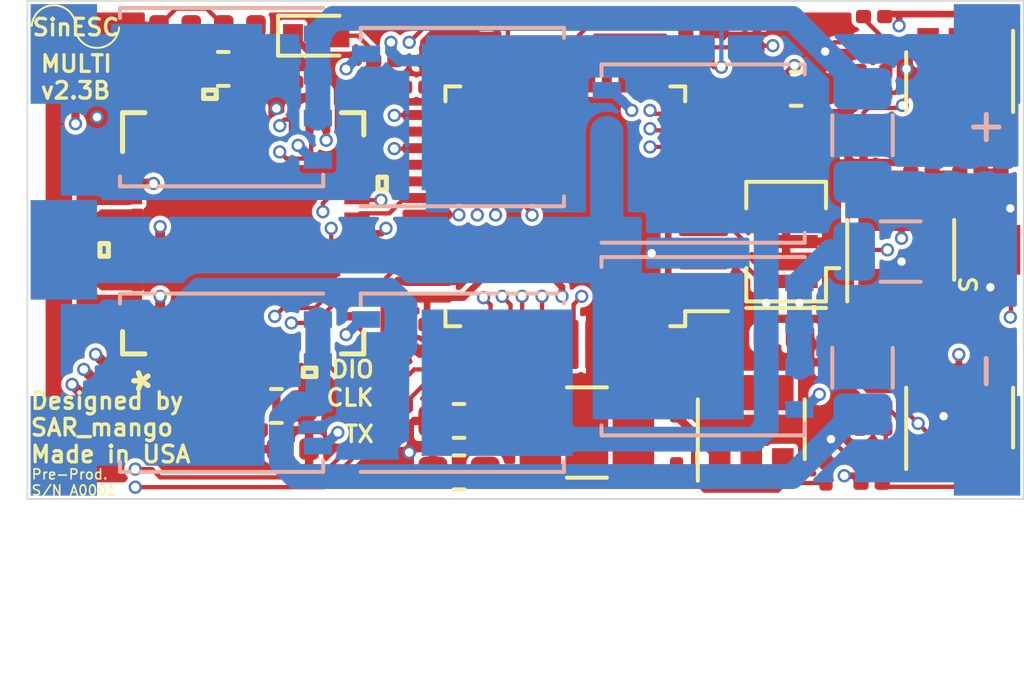
<source format=kicad_pcb>
(kicad_pcb (version 20171130) (host pcbnew "(5.1.6)-1")
  (title_block (title "SinESC Multi Edition PCB") (date 2020-08-20) (rev 1.0A) (company "© SinESC 2020") (comment 1 "Drawn by SAR_mango"))
  (layers (0 F.Cu signal) (1 In1.Cu signal) (2 In2.Cu signal) (31 B.Cu signal hide) (34 B.Paste user hide) (35 F.Paste user hide) (36 B.SilkS user hide) (37 F.SilkS user) (38 B.Mask user hide) (39 F.Mask user hide) (44 Edge.Cuts user))
  (net 0 "")
  (net 1 Earth)
  (net 2 +3V3)
  (net 3 "Net-(C2-Pad1)")
  (net 4 OCP_COMP_U)
  (net 5 "Net-(C7-Pad1)")
  (net 6 OCP_COMP_V)
  (net 7 "Net-(C14-Pad1)")
  (net 8 OCP_COMP_W)
  (net 9 +5V)
  (net 10 +12V)
  (net 11 VBUS)
  (net 12 CU)
  (net 13 "Net-(C24-Pad1)")
  (net 14 "Net-(C25-Pad1)")
  (net 15 CV)
  (net 16 CW)
  (net 17 VBUS_SENSE)
  (net 18 U)
  (net 19 SHUNT_U)
  (net 20 V)
  (net 21 SHUNT_V)
  (net 22 W)
  (net 23 SHUNT_W)
  (net 24 "Net-(R8-Pad2)")
  (net 25 CUR_U)
  (net 26 CUR_V)
  (net 27 CUR_W)
  (net 28 "Net-(R22-Pad2)")
  (net 29 HSU)
  (net 30 LSU)
  (net 31 HSV)
  (net 32 LSV)
  (net 33 HSW)
  (net 34 LSW)
  (net 35 "Net-(U1-Pad2)")
  (net 36 "Net-(U1-Pad3)")
  (net 37 "Net-(U1-Pad4)")
  (net 38 "Net-(U1-Pad5)")
  (net 39 "Net-(U1-Pad6)")
  (net 40 "Net-(U1-Pad13)")
  (net 41 "Net-(U1-Pad14)")
  (net 42 "Net-(U1-Pad15)")
  (net 43 "Net-(U1-Pad16)")
  (net 44 "Net-(U1-Pad19)")
  (net 45 "Net-(U1-Pad20)")
  (net 46 DRV_EN)
  (net 47 DRV_FAULT)
  (net 48 PWM_V_L)
  (net 49 PWM_W_L)
  (net 50 PWM_U_H)
  (net 51 PWM_V_H)
  (net 52 PWM_W_H)
  (net 53 PWM_U_L)
  (net 54 "Net-(U1-Pad33)")
  (net 55 SWDIO)
  (net 56 SWCLK)
  (net 57 SPI_CSN)
  (net 58 SPI_SCK)
  (net 59 SPI_SDO)
  (net 60 SPI_SDI)
  (net 61 UART_TX)
  (net 62 UART_RX_DSHOT)
  (net 63 "Net-(U1-Pad45)")
  (net 64 "Net-(U1-Pad46)")
  (net 65 "Net-(U4-Pad2)")
  (net 66 "Net-(U4-Pad9)")
  (net 67 "Net-(C23-Pad1)")
  (net 68 "Net-(C16-Pad1)")
  (net 69 "Net-(C21-Pad2)")
  (net 70 "Net-(C30-Pad2)")
  (net 71 "Net-(C20-Pad2)")
  (net 72 "Net-(C21-Pad1)")
  (net 73 "Net-(C30-Pad1)")
  (net 74 "Net-(C34-Pad2)")
  (net 75 "Net-(R17-Pad2)")
  (net 76 "Net-(R24-Pad1)")
  (module Resistor_SMD:R_1206_3216Metric (layer B.Cu) (at 40.15 26.05 270)
    (fp_text reference R12 hide)
    (fp_text value 1mΩ)
    (pad 2 smd roundrect (at 1.4 0 270) (size 1.25 1.75) (layers B.Cu B.Paste B.Mask) (roundrect_rratio 0.2) (net 23 SHUNT_W))
    (pad 1 smd roundrect (at -1.4 0 270) (size 1.25 1.75) (layers B.Cu B.Paste B.Mask) (roundrect_rratio 0.2) (net 1 Earth))
  )
  (module Inductor_SMD:L_1210_3225Metric (layer F.Cu) (at 31.85 28 180)
    (fp_text reference L1 hide)
    (fp_text value 10µH)
    (pad 2 smd roundrect (at 1.4 0 180) (size 1.25 2.65) (layers F.Cu F.Paste F.Mask) (roundrect_rratio 0.2) (net 74 "Net-(C34-Pad2)"))
    (pad 1 smd roundrect (at -1.4 0 180) (size 1.25 2.65) (layers F.Cu F.Paste F.Mask) (roundrect_rratio 0.2) (net 73 "Net-(C30-Pad1)"))
  )
  (module Package_QFP:LQFP-48_7x7mm_P0.5mm (layer F.Cu) (at 31.2 21.1875 180)
    (fp_text reference U1 hide)
    (fp_text value STM32F303CBT7)
    (pad 48 smd roundrect (at -2.75 -4.1625 180) (size 0.3 1.475) (layers F.Cu F.Paste F.Mask) (net 2 +3V3))
    (pad 47 smd roundrect (at -2.25 -4.1625 180) (size 0.3 1.475) (layers F.Cu F.Paste F.Mask) (net 1 Earth))
    (pad 46 smd roundrect (at -1.75 -4.1625 180) (size 0.3 1.475) (layers F.Cu F.Paste F.Mask) (net 64 "Net-(U1-Pad46)"))
    (pad 45 smd roundrect (at -1.25 -4.1625 180) (size 0.3 1.475) (layers F.Cu F.Paste F.Mask) (net 63 "Net-(U1-Pad45)"))
    (pad 44 smd roundrect (at -0.75 -4.1625 180) (size 0.3 1.475) (layers F.Cu F.Paste F.Mask) (net 1 Earth))
    (pad 43 smd roundrect (at -0.25 -4.1625 180) (size 0.3 1.475) (layers F.Cu F.Paste F.Mask) (net 62 UART_RX_DSHOT))
    (pad 42 smd roundrect (at 0.25 -4.1625 180) (size 0.3 1.475) (layers F.Cu F.Paste F.Mask) (net 61 UART_TX))
    (pad 41 smd roundrect (at 0.75 -4.1625 180) (size 0.3 1.475) (layers F.Cu F.Paste F.Mask) (net 60 SPI_SDI))
    (pad 40 smd roundrect (at 1.25 -4.1625 180) (size 0.3 1.475) (layers F.Cu F.Paste F.Mask) (net 59 SPI_SDO))
    (pad 39 smd roundrect (at 1.75 -4.1625 180) (size 0.3 1.475) (layers F.Cu F.Paste F.Mask) (net 58 SPI_SCK))
    (pad 38 smd roundrect (at 2.25 -4.1625 180) (size 0.3 1.475) (layers F.Cu F.Paste F.Mask) (net 57 SPI_CSN))
    (pad 37 smd roundrect (at 2.75 -4.1625 180) (size 0.3 1.475) (layers F.Cu F.Paste F.Mask) (net 56 SWCLK))
    (pad 36 smd roundrect (at 4.1625 -2.75 180) (size 1.475 0.3) (layers F.Cu F.Paste F.Mask) (net 2 +3V3))
    (pad 35 smd roundrect (at 4.1625 -2.25 180) (size 1.475 0.3) (layers F.Cu F.Paste F.Mask) (net 1 Earth))
    (pad 34 smd roundrect (at 4.1625 -1.75 180) (size 1.475 0.3) (layers F.Cu F.Paste F.Mask) (net 55 SWDIO))
    (pad 33 smd roundrect (at 4.1625 -1.25 180) (size 1.475 0.3) (layers F.Cu F.Paste F.Mask) (net 54 "Net-(U1-Pad33)"))
    (pad 32 smd roundrect (at 4.1625 -0.75 180) (size 1.475 0.3) (layers F.Cu F.Paste F.Mask) (net 53 PWM_U_L))
    (pad 31 smd roundrect (at 4.1625 -0.25 180) (size 1.475 0.3) (layers F.Cu F.Paste F.Mask) (net 52 PWM_W_H))
    (pad 30 smd roundrect (at 4.1625 0.25 180) (size 1.475 0.3) (layers F.Cu F.Paste F.Mask) (net 51 PWM_V_H))
    (pad 29 smd roundrect (at 4.1625 0.75 180) (size 1.475 0.3) (layers F.Cu F.Paste F.Mask) (net 50 PWM_U_H))
    (pad 28 smd roundrect (at 4.1625 1.25 180) (size 1.475 0.3) (layers F.Cu F.Paste F.Mask) (net 49 PWM_W_L))
    (pad 27 smd roundrect (at 4.1625 1.75 180) (size 1.475 0.3) (layers F.Cu F.Paste F.Mask) (net 48 PWM_V_L))
    (pad 26 smd roundrect (at 4.1625 2.25 180) (size 1.475 0.3) (layers F.Cu F.Paste F.Mask) (net 17 VBUS_SENSE))
    (pad 25 smd roundrect (at 4.1625 2.75 180) (size 1.475 0.3) (layers F.Cu F.Paste F.Mask) (net 47 DRV_FAULT))
    (pad 24 smd roundrect (at 2.75 4.1625 180) (size 0.3 1.475) (layers F.Cu F.Paste F.Mask) (net 2 +3V3))
    (pad 23 smd roundrect (at 2.25 4.1625 180) (size 0.3 1.475) (layers F.Cu F.Paste F.Mask) (net 1 Earth))
    (pad 22 smd roundrect (at 1.75 4.1625 180) (size 0.3 1.475) (layers F.Cu F.Paste F.Mask) (net 8 OCP_COMP_W))
    (pad 21 smd roundrect (at 1.25 4.1625 180) (size 0.3 1.475) (layers F.Cu F.Paste F.Mask) (net 46 DRV_EN))
    (pad 20 smd roundrect (at 0.75 4.1625 180) (size 0.3 1.475) (layers F.Cu F.Paste F.Mask) (net 45 "Net-(U1-Pad20)"))
    (pad 19 smd roundrect (at 0.25 4.1625 180) (size 0.3 1.475) (layers F.Cu F.Paste F.Mask) (net 44 "Net-(U1-Pad19)"))
    (pad 18 smd roundrect (at -0.25 4.1625 180) (size 0.3 1.475) (layers F.Cu F.Paste F.Mask) (net 6 OCP_COMP_V))
    (pad 17 smd roundrect (at -0.75 4.1625 180) (size 0.3 1.475) (layers F.Cu F.Paste F.Mask) (net 4 OCP_COMP_U))
    (pad 16 smd roundrect (at -1.25 4.1625 180) (size 0.3 1.475) (layers F.Cu F.Paste F.Mask) (net 43 "Net-(U1-Pad16)"))
    (pad 15 smd roundrect (at -1.75 4.1625 180) (size 0.3 1.475) (layers F.Cu F.Paste F.Mask) (net 42 "Net-(U1-Pad15)"))
    (pad 14 smd roundrect (at -2.25 4.1625 180) (size 0.3 1.475) (layers F.Cu F.Paste F.Mask) (net 41 "Net-(U1-Pad14)"))
    (pad 13 smd roundrect (at -2.75 4.1625 180) (size 0.3 1.475) (layers F.Cu F.Paste F.Mask) (net 40 "Net-(U1-Pad13)"))
    (pad 12 smd roundrect (at -4.1625 2.75 180) (size 1.475 0.3) (layers F.Cu F.Paste F.Mask) (net 27 CUR_W))
    (pad 11 smd roundrect (at -4.1625 2.25 180) (size 1.475 0.3) (layers F.Cu F.Paste F.Mask) (net 26 CUR_V))
    (pad 10 smd roundrect (at -4.1625 1.75 180) (size 1.475 0.3) (layers F.Cu F.Paste F.Mask) (net 25 CUR_U))
    (pad 9 smd roundrect (at -4.1625 1.25 180) (size 1.475 0.3) (layers F.Cu F.Paste F.Mask) (net 2 +3V3))
    (pad 8 smd roundrect (at -4.1625 0.75 180) (size 1.475 0.3) (layers F.Cu F.Paste F.Mask) (net 1 Earth))
    (pad 7 smd roundrect (at -4.1625 0.25 180) (size 1.475 0.3) (layers F.Cu F.Paste F.Mask) (net 3 "Net-(C2-Pad1)"))
    (pad 6 smd roundrect (at -4.1625 -0.25 180) (size 1.475 0.3) (layers F.Cu F.Paste F.Mask) (net 39 "Net-(U1-Pad6)"))
    (pad 5 smd roundrect (at -4.1625 -0.75 180) (size 1.475 0.3) (layers F.Cu F.Paste F.Mask) (net 38 "Net-(U1-Pad5)"))
    (pad 4 smd roundrect (at -4.1625 -1.25 180) (size 1.475 0.3) (layers F.Cu F.Paste F.Mask) (net 37 "Net-(U1-Pad4)"))
    (pad 3 smd roundrect (at -4.1625 -1.75 180) (size 1.475 0.3) (layers F.Cu F.Paste F.Mask) (net 36 "Net-(U1-Pad3)"))
    (pad 2 smd roundrect (at -4.1625 -2.25 180) (size 1.475 0.3) (layers F.Cu F.Paste F.Mask) (net 35 "Net-(U1-Pad2)"))
    (pad 1 smd roundrect (at -4.1625 -2.75 180) (size 1.475 0.3) (layers F.Cu F.Paste F.Mask) (net 2 +3V3))
  )
  (module Resistor_SMD:R_0201_0603Metric (layer F.Cu) (at 41.93 24.825 180)
    (fp_text reference R10 hide)
    (fp_text value 86.6Ω)
    (pad 2 smd roundrect (at 0.32 0 180) (size 0.46 0.4) (layers F.Cu F.Mask) (net 21 SHUNT_V))
    (pad 1 smd roundrect (at -0.32 0 180) (size 0.46 0.4) (layers F.Cu F.Mask) (net 7 "Net-(C14-Pad1)"))
  )
  (module Capacitor_SMD:C_0201_0603Metric (layer F.Cu) (at 35.75 17.6 180)
    (fp_text reference C6 hide)
    (fp_text value 6.8nF)
    (pad 2 smd roundrect (at 0.32 0 180) (size 0.46 0.4) (layers F.Cu F.Mask) (net 4 OCP_COMP_U))
    (pad 1 smd roundrect (at -0.32 0 180) (size 0.46 0.4) (layers F.Cu F.Mask) (net 1 Earth))
  )
  (module Capacitor_SMD:C_0402_1005Metric (layer B.Cu) (at 42.3 20.25 270)
    (fp_text reference C33 hide)
    (fp_text value 1µF)
    (pad 2 smd roundrect (at 0.485 0 270) (size 0.59 0.64) (layers B.Cu B.Paste B.Mask) (net 1 Earth))
    (pad 1 smd roundrect (at -0.485 0 270) (size 0.59 0.64) (layers B.Cu B.Paste B.Mask) (net 11 VBUS))
  )
  (module Capacitor_SMD:C_0402_1005Metric (layer B.Cu) (at 43.35 20.25 270)
    (fp_text reference C31 hide)
    (fp_text value 1µF)
    (pad 2 smd roundrect (at 0.485 0 270) (size 0.59 0.64) (layers B.Cu B.Paste B.Mask) (net 1 Earth))
    (pad 1 smd roundrect (at -0.485 0 270) (size 0.59 0.64) (layers B.Cu B.Paste B.Mask) (net 11 VBUS))
  )
  (module Capacitor_SMD:C_0402_1005Metric (layer B.Cu) (at 44.4 20.25 270)
    (fp_text reference C32 hide)
    (fp_text value 1µF)
    (pad 2 smd roundrect (at 0.485 0 270) (size 0.59 0.64) (layers B.Cu B.Paste B.Mask) (net 1 Earth))
    (pad 1 smd roundrect (at -0.485 0 270) (size 0.59 0.64) (layers B.Cu B.Paste B.Mask) (net 11 VBUS))
  )
  (module Capacitor_SMD:C_0603_1608Metric (layer F.Cu) (at 20.9 17.05 180)
    (fp_text reference C21 hide)
    (fp_text value 22nF)
    (pad 2 smd roundrect (at 0.7875 0 180) (size 0.875 0.95) (layers F.Cu F.Paste F.Mask) (net 69 "Net-(C21-Pad2)"))
    (pad 1 smd roundrect (at -0.7875 0 180) (size 0.875 0.95) (layers F.Cu F.Paste F.Mask) (net 72 "Net-(C21-Pad1)"))
  )
  (module Capacitor_SMD:C_0201_0603Metric (layer F.Cu) (at 18.65 17.45 180)
    (fp_text reference C20 hide)
    (fp_text value 100nF)
    (pad 2 smd roundrect (at 0.32 0 180) (size 0.46 0.4) (layers F.Cu F.Mask) (net 71 "Net-(C20-Pad2)"))
    (pad 1 smd roundrect (at -0.32 0 180) (size 0.46 0.4) (layers F.Cu F.Mask) (net 11 VBUS))
  )
  (module Capacitor_SMD:C_0603_1608Metric (layer F.Cu) (at 22.5 27.2)
    (fp_text reference C22 hide)
    (fp_text value 10µF)
    (pad 2 smd roundrect (at 0.7875 0) (size 0.875 0.95) (layers F.Cu F.Paste F.Mask) (net 1 Earth))
    (pad 1 smd roundrect (at -0.7875 0) (size 0.875 0.95) (layers F.Cu F.Paste F.Mask) (net 10 +12V))
  )
  (module Capacitor_SMD:C_0402_1005Metric (layer F.Cu) (at 21.05 28.5 180)
    (fp_text reference C19 hide)
    (fp_text value 1µF)
    (pad 2 smd roundrect (at 0.485 0 180) (size 0.59 0.64) (layers F.Cu F.Paste F.Mask) (net 1 Earth))
    (pad 1 smd roundrect (at -0.485 0 180) (size 0.59 0.64) (layers F.Cu F.Paste F.Mask) (net 9 +5V))
  )
  (module Capacitor_SMD:C_0201_0603Metric (layer F.Cu) (at 23.4 17.45 180)
    (fp_text reference C17 hide)
    (fp_text value 100nF)
    (pad 2 smd roundrect (at 0.32 0 180) (size 0.46 0.4) (layers F.Cu F.Mask) (net 1 Earth))
    (pad 1 smd roundrect (at -0.32 0 180) (size 0.46 0.4) (layers F.Cu F.Mask) (net 2 +3V3))
  )
  (module Package_TO_SOT_SMD:TDSON-8-1 (layer B.Cu) (at 35.35 19.6)
    (fp_text reference Q3 hide)
    (fp_text value BSC010N04LSI)
    (pad 5 smd rect (at 1.05 0) (size 4.55 4.41) (layers B.Cu) (net 11 VBUS))
    (pad 4 smd rect (at -2.9 -1.905) (size 0.85 0.5) (layers B.Cu B.Paste B.Mask) (net 31 HSV))
    (pad 3 smd rect (at -2.9 -0.635) (size 0.85 0.5) (layers B.Cu B.Paste B.Mask) (net 20 V))
    (pad 2 smd rect (at -2.9 0.635) (size 0.85 0.5) (layers B.Cu B.Paste B.Mask) (net 20 V))
    (pad 1 smd rect (at -2.9 1.905) (size 0.85 0.5) (layers B.Cu B.Paste B.Mask) (net 20 V))
  )
  (module Pads:Pad_0.8mm_Square (layer F.Cu) (at 25.9 27.9)
    (fp_text reference TP3 hide)
    (fp_text value Pad_0.8mm_Square)
    (pad 1 smd rect (at 0 0) (size 0.8 0.8) (layers F.Cu F.Paste F.Mask) (net 61 UART_TX))
  )
  (module Pads:Pad_0.8mm_Square (layer F.Cu) (at 25.9 26.8)
    (fp_text reference TP2 hide)
    (fp_text value Pad_0.8mm_Square)
    (pad 1 smd rect (at 0 0) (size 0.8 0.8) (layers F.Cu F.Paste F.Mask) (net 56 SWCLK))
  )
  (module Pads:Pad_0.8mm_Square (layer F.Cu) (at 25.9 25.7)
    (fp_text reference TP1 hide)
    (fp_text value Pad_0.8mm_Square)
    (pad 1 smd rect (at 0 0) (size 0.8 0.8) (layers F.Cu F.Paste F.Mask) (net 55 SWDIO))
  )
  (module Pads:Pad_1.5mm_Square (layer F.Cu) (at 44.15 22.5)
    (fp_text reference J6 hide)
    (fp_text value Pad_1.5mm_Square)
    (pad 1 smd rect (at 0 0) (size 1.5 1.5) (layers F.Cu F.Paste F.Mask) (net 62 UART_RX_DSHOT))
  )
  (module Pads:Pad_3x2mm (layer B.Cu) (at 43.9 28.4 90)
    (fp_text reference J5 hide)
    (fp_text value Pad_3x2mm)
    (pad 1 smd rect (at 0 0 90) (size 3 2) (layers B.Cu B.Paste B.Mask) (net 1 Earth))
  )
  (module Pads:Pad_3x2mm (layer B.Cu) (at 43.9 16.6 90)
    (fp_text reference J4 hide)
    (fp_text value Pad_3x2mm)
    (pad 1 smd rect (at 0 0 90) (size 3 2) (layers B.Cu B.Paste B.Mask) (net 11 VBUS))
  )
  (module Pads:Pad_3x2mm (layer B.Cu) (at 16.1 28.4 90)
    (fp_text reference J3 hide)
    (fp_text value Pad_3x2mm)
    (pad 1 smd rect (at 0 0 90) (size 3 2) (layers B.Cu B.Paste B.Mask) (net 22 W))
  )
  (module Pads:Pad_3x2mm (layer B.Cu) (at 16.1 22.5 90)
    (fp_text reference J2 hide)
    (fp_text value Pad_3x2mm)
    (pad 1 smd rect (at 0 0 90) (size 3 2) (layers B.Cu B.Paste B.Mask) (net 20 V))
  )
  (module Pads:Pad_3x2mm (layer B.Cu) (at 16.1 16.6 270)
    (fp_text reference J1 hide)
    (fp_text value Pad_3x2mm)
    (pad 1 smd rect (at 0 0 270) (size 3 2) (layers B.Cu B.Paste B.Mask) (net 18 U))
  )
  (module Capacitor_SMD:C_0201_0603Metric (layer F.Cu) (at 35.73 24.8)
    (fp_text reference C1 hide)
    (fp_text value 100nF)
    (pad 2 smd roundrect (at 0.32 0) (size 0.46 0.4) (layers F.Cu F.Mask) (net 1 Earth))
    (pad 1 smd roundrect (at -0.32 0) (size 0.46 0.4) (layers F.Cu F.Mask) (net 2 +3V3))
  )
  (module Capacitor_SMD:C_0201_0603Metric (layer F.Cu) (at 37.85 20)
    (fp_text reference C2 hide)
    (fp_text value 100nF)
    (pad 1 smd roundrect (at -0.32 0) (size 0.46 0.4) (layers F.Cu F.Mask) (net 3 "Net-(C2-Pad1)"))
    (pad 2 smd roundrect (at 0.32 0) (size 0.46 0.4) (layers F.Cu F.Mask) (net 1 Earth))
  )
  (module Capacitor_SMD:C_0201_0603Metric (layer F.Cu) (at 35.12 25.575)
    (fp_text reference C3 hide)
    (fp_text value 6.8nF)
    (pad 2 smd roundrect (at 0.32 0) (size 0.46 0.4) (layers F.Cu F.Mask) (net 1 Earth))
    (pad 1 smd roundrect (at -0.32 0) (size 0.46 0.4) (layers F.Cu F.Mask) (net 2 +3V3))
  )
  (module Capacitor_SMD:C_0201_0603Metric (layer F.Cu) (at 27.25 16.8 180)
    (fp_text reference C4 hide)
    (fp_text value 100nF)
    (pad 2 smd roundrect (at 0.32 0 180) (size 0.46 0.4) (layers F.Cu F.Mask) (net 1 Earth))
    (pad 1 smd roundrect (at -0.32 0 180) (size 0.46 0.4) (layers F.Cu F.Mask) (net 2 +3V3))
  )
  (module Capacitor_SMD:C_0201_0603Metric (layer F.Cu) (at 26.68 17.6 180)
    (fp_text reference C5 hide)
    (fp_text value 6.8nF)
    (pad 2 smd roundrect (at 0.32 0 180) (size 0.46 0.4) (layers F.Cu F.Mask) (net 1 Earth))
    (pad 1 smd roundrect (at -0.32 0 180) (size 0.46 0.4) (layers F.Cu F.Mask) (net 2 +3V3))
  )
  (module Capacitor_SMD:C_0201_0603Metric (layer F.Cu) (at 40.075 17.45 270)
    (fp_text reference C7 hide)
    (fp_text value 6.8nF)
    (pad 2 smd roundrect (at 0.32 0 270) (size 0.46 0.4) (layers F.Cu F.Mask) (net 1 Earth))
    (pad 1 smd roundrect (at -0.32 0 270) (size 0.46 0.4) (layers F.Cu F.Mask) (net 5 "Net-(C7-Pad1)"))
  )
  (module Capacitor_SMD:C_0201_0603Metric (layer F.Cu) (at 26.68 24.75 180)
    (fp_text reference C8 hide)
    (fp_text value 100nF)
    (pad 2 smd roundrect (at 0.32 0 180) (size 0.46 0.4) (layers F.Cu F.Mask) (net 1 Earth))
    (pad 1 smd roundrect (at -0.32 0 180) (size 0.46 0.4) (layers F.Cu F.Mask) (net 2 +3V3))
  )
  (module Capacitor_SMD:C_0201_0603Metric (layer F.Cu) (at 27.25 25.55 180)
    (fp_text reference C9 hide)
    (fp_text value 6.8nF)
    (pad 2 smd roundrect (at 0.32 0 180) (size 0.46 0.4) (layers F.Cu F.Mask) (net 1 Earth))
    (pad 1 smd roundrect (at -0.32 0 180) (size 0.46 0.4) (layers F.Cu F.Mask) (net 2 +3V3))
  )
  (module Capacitor_SMD:C_0201_0603Metric (layer F.Cu) (at 37.85 19.2)
    (fp_text reference C10 hide)
    (fp_text value 6.8nF)
    (pad 2 smd roundrect (at 0.32 0) (size 0.46 0.4) (layers F.Cu F.Mask) (net 1 Earth))
    (pad 1 smd roundrect (at -0.32 0) (size 0.46 0.4) (layers F.Cu F.Mask) (net 2 +3V3))
  )
  (module Capacitor_SMD:C_0402_1005Metric (layer F.Cu) (at 39.15 19.415 270)
    (fp_text reference C11 hide)
    (fp_text value 1µF)
    (pad 2 smd roundrect (at 0.485 0 270) (size 0.59 0.64) (layers F.Cu F.Paste F.Mask) (net 1 Earth))
    (pad 1 smd roundrect (at -0.485 0 270) (size 0.59 0.64) (layers F.Cu F.Paste F.Mask) (net 2 +3V3))
  )
  (module Capacitor_SMD:C_0201_0603Metric (layer F.Cu) (at 35.15 16 180)
    (fp_text reference C12 hide)
    (fp_text value 6.8nF)
    (pad 2 smd roundrect (at 0.32 0 180) (size 0.46 0.4) (layers F.Cu F.Mask) (net 6 OCP_COMP_V))
    (pad 1 smd roundrect (at -0.32 0 180) (size 0.46 0.4) (layers F.Cu F.Mask) (net 1 Earth))
  )
  (module Capacitor_SMD:C_0603_1608Metric (layer F.Cu) (at 38.15 17.65)
    (fp_text reference C13 hide)
    (fp_text value 10µF)
    (pad 2 smd roundrect (at 0.7875 0) (size 0.875 0.95) (layers F.Cu F.Paste F.Mask) (net 1 Earth))
    (pad 1 smd roundrect (at -0.7875 0) (size 0.875 0.95) (layers F.Cu F.Paste F.Mask) (net 2 +3V3))
  )
  (module Capacitor_SMD:C_0201_0603Metric (layer F.Cu) (at 43.875 24.05)
    (fp_text reference C14 hide)
    (fp_text value 6.8nF)
    (pad 2 smd roundrect (at 0.32 0) (size 0.46 0.4) (layers F.Cu F.Mask) (net 1 Earth))
    (pad 1 smd roundrect (at -0.32 0) (size 0.46 0.4) (layers F.Cu F.Mask) (net 7 "Net-(C14-Pad1)"))
  )
  (module Capacitor_SMD:C_0201_0603Metric (layer F.Cu) (at 36.65 15.6 180)
    (fp_text reference C15 hide)
    (fp_text value 6.8nF)
    (pad 2 smd roundrect (at 0.32 0 180) (size 0.46 0.4) (layers F.Cu F.Mask) (net 8 OCP_COMP_W))
    (pad 1 smd roundrect (at -0.32 0 180) (size 0.46 0.4) (layers F.Cu F.Mask) (net 1 Earth))
  )
  (module Capacitor_SMD:C_0201_0603Metric (layer F.Cu) (at 40.85 27.55 90)
    (fp_text reference C16 hide)
    (fp_text value 6.8nF)
    (pad 2 smd roundrect (at 0.32 0 90) (size 0.46 0.4) (layers F.Cu F.Mask) (net 1 Earth))
    (pad 1 smd roundrect (at -0.32 0 90) (size 0.46 0.4) (layers F.Cu F.Mask) (net 68 "Net-(C16-Pad1)"))
  )
  (module Capacitor_SMD:C_0402_1005Metric (layer F.Cu) (at 23 28.5)
    (fp_text reference C18 hide)
    (fp_text value 1µF)
    (pad 2 smd roundrect (at 0.485 0) (size 0.59 0.64) (layers F.Cu F.Paste F.Mask) (net 1 Earth))
    (pad 1 smd roundrect (at -0.485 0) (size 0.59 0.64) (layers F.Cu F.Paste F.Mask) (net 9 +5V))
  )
  (module Capacitor_SMD:C_0402_1005Metric (layer F.Cu) (at 16.8 24.5 270)
    (fp_text reference C23 hide)
    (fp_text value 1µF)
    (pad 2 smd roundrect (at 0.485 0 270) (size 0.59 0.64) (layers F.Cu F.Paste F.Mask) (net 12 CU))
    (pad 1 smd roundrect (at -0.485 0 270) (size 0.59 0.64) (layers F.Cu F.Paste F.Mask) (net 67 "Net-(C23-Pad1)"))
  )
  (module Capacitor_SMD:C_0402_1005Metric (layer F.Cu) (at 16.8 22.5 270)
    (fp_text reference C24 hide)
    (fp_text value 1µF)
    (pad 2 smd roundrect (at 0.485 0 270) (size 0.59 0.64) (layers F.Cu F.Paste F.Mask) (net 15 CV))
    (pad 1 smd roundrect (at -0.485 0 270) (size 0.59 0.64) (layers F.Cu F.Paste F.Mask) (net 13 "Net-(C24-Pad1)"))
  )
  (module Capacitor_SMD:C_0402_1005Metric (layer F.Cu) (at 16.8 20.485 90)
    (fp_text reference C25 hide)
    (fp_text value 1µF)
    (pad 2 smd roundrect (at 0.485 0 90) (size 0.59 0.64) (layers F.Cu F.Paste F.Mask) (net 16 CW))
    (pad 1 smd roundrect (at -0.485 0 90) (size 0.59 0.64) (layers F.Cu F.Paste F.Mask) (net 14 "Net-(C25-Pad1)"))
  )
  (module Capacitor_SMD:C_0402_1005Metric (layer F.Cu) (at 19.45 15.75 180)
    (fp_text reference C26 hide)
    (fp_text value 1µF)
    (pad 2 smd roundrect (at 0.485 0 180) (size 0.59 0.64) (layers F.Cu F.Paste F.Mask) (net 1 Earth))
    (pad 1 smd roundrect (at -0.485 0 180) (size 0.59 0.64) (layers F.Cu F.Paste F.Mask) (net 11 VBUS))
  )
  (module Capacitor_SMD:C_0402_1005Metric (layer F.Cu) (at 21.4 15.75 180)
    (fp_text reference C27 hide)
    (fp_text value 100nF)
    (pad 2 smd roundrect (at 0.485 0 180) (size 0.59 0.64) (layers F.Cu F.Paste F.Mask) (net 1 Earth))
    (pad 1 smd roundrect (at -0.485 0 180) (size 0.59 0.64) (layers F.Cu F.Paste F.Mask) (net 11 VBUS))
  )
  (module Diode_SMD:D_SOD-523 (layer F.Cu) (at 23.7 16.05)
    (fp_text reference D1 hide)
    (fp_text value BAT30KFILM)
    (pad 1 smd rect (at -0.7 0 180) (size 0.6 0.7) (layers F.Cu F.Paste F.Mask) (net 2 +3V3))
    (pad 2 smd rect (at 0.7 0 180) (size 0.6 0.7) (layers F.Cu F.Paste F.Mask) (net 17 VBUS_SENSE))
  )
  (module Package_TO_SOT_SMD:TDSON-8-1 (layer B.Cu) (at 28.1 18.5)
    (fp_text reference Q1 hide)
    (fp_text value BSC010N04LSI)
    (pad 5 smd rect (at 1.05 0) (size 4.55 4.41) (layers B.Cu) (net 11 VBUS))
    (pad 4 smd rect (at -2.9 -1.905) (size 0.85 0.5) (layers B.Cu B.Paste B.Mask) (net 29 HSU))
    (pad 3 smd rect (at -2.9 -0.635) (size 0.85 0.5) (layers B.Cu B.Paste B.Mask) (net 18 U))
    (pad 2 smd rect (at -2.9 0.635) (size 0.85 0.5) (layers B.Cu B.Paste B.Mask) (net 18 U))
    (pad 1 smd rect (at -2.9 1.905) (size 0.85 0.5) (layers B.Cu B.Paste B.Mask) (net 18 U))
  )
  (module Package_TO_SOT_SMD:TDSON-8-1 (layer B.Cu) (at 20.85 17.9 180)
    (fp_text reference Q2 hide)
    (fp_text value BSC010N04LSI)
    (pad 5 smd rect (at 1.05 0 180) (size 4.55 4.41) (layers B.Cu) (net 18 U))
    (pad 4 smd rect (at -2.9 -1.905 180) (size 0.85 0.5) (layers B.Cu B.Paste B.Mask) (net 30 LSU))
    (pad 3 smd rect (at -2.9 -0.635 180) (size 0.85 0.5) (layers B.Cu B.Paste B.Mask) (net 19 SHUNT_U))
    (pad 2 smd rect (at -2.9 0.635 180) (size 0.85 0.5) (layers B.Cu B.Paste B.Mask) (net 19 SHUNT_U))
    (pad 1 smd rect (at -2.9 1.905 180) (size 0.85 0.5) (layers B.Cu B.Paste B.Mask) (net 19 SHUNT_U))
  )
  (module Package_TO_SOT_SMD:TDSON-8-1 (layer B.Cu) (at 35.35 25.4 180)
    (fp_text reference Q4 hide)
    (fp_text value BSC010N04LSI)
    (pad 1 smd rect (at -2.9 1.905 180) (size 0.85 0.5) (layers B.Cu B.Paste B.Mask) (net 21 SHUNT_V))
    (pad 2 smd rect (at -2.9 0.635 180) (size 0.85 0.5) (layers B.Cu B.Paste B.Mask) (net 21 SHUNT_V))
    (pad 3 smd rect (at -2.9 -0.635 180) (size 0.85 0.5) (layers B.Cu B.Paste B.Mask) (net 21 SHUNT_V))
    (pad 4 smd rect (at -2.9 -1.905 180) (size 0.85 0.5) (layers B.Cu B.Paste B.Mask) (net 32 LSV))
    (pad 5 smd rect (at 1.05 0 180) (size 4.55 4.41) (layers B.Cu) (net 20 V))
  )
  (module Package_TO_SOT_SMD:TDSON-8-1 (layer B.Cu) (at 28.1 26.5)
    (fp_text reference Q5 hide)
    (fp_text value BSC010N04LSI)
    (pad 5 smd rect (at 1.05 0) (size 4.55 4.41) (layers B.Cu) (net 11 VBUS))
    (pad 4 smd rect (at -2.9 -1.905) (size 0.85 0.5) (layers B.Cu B.Paste B.Mask) (net 33 HSW))
    (pad 3 smd rect (at -2.9 -0.635) (size 0.85 0.5) (layers B.Cu B.Paste B.Mask) (net 22 W))
    (pad 2 smd rect (at -2.9 0.635) (size 0.85 0.5) (layers B.Cu B.Paste B.Mask) (net 22 W))
    (pad 1 smd rect (at -2.9 1.905) (size 0.85 0.5) (layers B.Cu B.Paste B.Mask) (net 22 W))
  )
  (module Package_TO_SOT_SMD:TDSON-8-1 (layer B.Cu) (at 20.85 26.5 180)
    (fp_text reference Q6 hide)
    (fp_text value BSC010N04LSI)
    (pad 5 smd rect (at 1.05 0 180) (size 4.55 4.41) (layers B.Cu) (net 22 W))
    (pad 4 smd rect (at -2.9 -1.905 180) (size 0.85 0.5) (layers B.Cu B.Paste B.Mask) (net 34 LSW))
    (pad 3 smd rect (at -2.9 -0.635 180) (size 0.85 0.5) (layers B.Cu B.Paste B.Mask) (net 23 SHUNT_W))
    (pad 2 smd rect (at -2.9 0.635 180) (size 0.85 0.5) (layers B.Cu B.Paste B.Mask) (net 23 SHUNT_W))
    (pad 1 smd rect (at -2.9 1.905 180) (size 0.85 0.5) (layers B.Cu B.Paste B.Mask) (net 23 SHUNT_W))
  )
  (module Resistor_SMD:R_0201_0603Metric (layer F.Cu) (at 40.5 16.25 180)
    (fp_text reference R1 hide)
    (fp_text value 86.6Ω)
    (pad 1 smd roundrect (at -0.32 0 180) (size 0.46 0.4) (layers F.Cu F.Mask) (net 5 "Net-(C7-Pad1)"))
    (pad 2 smd roundrect (at 0.32 0 180) (size 0.46 0.4) (layers F.Cu F.Mask) (net 19 SHUNT_U))
  )
  (module Resistor_SMD:R_0201_0603Metric (layer F.Cu) (at 35.15 16.8)
    (fp_text reference R2 hide)
    (fp_text value 1.5kΩ)
    (pad 2 smd roundrect (at 0.32 0) (size 0.46 0.4) (layers F.Cu F.Mask) (net 19 SHUNT_U))
    (pad 1 smd roundrect (at -0.32 0) (size 0.46 0.4) (layers F.Cu F.Mask) (net 4 OCP_COMP_U))
  )
  (module Resistor_SMD:R_1206_3216Metric (layer B.Cu) (at 40.15 19.05 90)
    (fp_text reference R3 hide)
    (fp_text value 1mΩ)
    (pad 2 smd roundrect (at 1.4 0 90) (size 1.25 1.75) (layers B.Cu B.Paste B.Mask) (roundrect_rratio 0.2) (net 19 SHUNT_U))
    (pad 1 smd roundrect (at -1.4 0 90) (size 1.25 1.75) (layers B.Cu B.Paste B.Mask) (roundrect_rratio 0.2) (net 1 Earth))
  )
  (module Resistor_SMD:R_0201_0603Metric (layer F.Cu) (at 40.5 15.475 180)
    (fp_text reference R4 hide)
    (fp_text value 5.1kΩ)
    (pad 2 smd roundrect (at 0.32 0 180) (size 0.46 0.4) (layers F.Cu F.Mask) (net 5 "Net-(C7-Pad1)"))
    (pad 1 smd roundrect (at -0.32 0 180) (size 0.46 0.4) (layers F.Cu F.Mask) (net 2 +3V3))
  )
  (module Resistor_SMD:R_0201_0603Metric (layer F.Cu) (at 40.85 17.45 270)
    (fp_text reference R5 hide)
    (fp_text value 976Ω)
    (pad 2 smd roundrect (at 0.32 0 270) (size 0.46 0.4) (layers F.Cu F.Mask) (net 1 Earth))
    (pad 1 smd roundrect (at -0.32 0 270) (size 0.46 0.4) (layers F.Cu F.Mask) (net 5 "Net-(C7-Pad1)"))
  )
  (module Resistor_SMD:R_0201_0603Metric (layer F.Cu) (at 36.65 16.4)
    (fp_text reference R6 hide)
    (fp_text value 1.5kΩ)
    (pad 2 smd roundrect (at 0.32 0) (size 0.46 0.4) (layers F.Cu F.Mask) (net 21 SHUNT_V))
    (pad 1 smd roundrect (at -0.32 0) (size 0.46 0.4) (layers F.Cu F.Mask) (net 6 OCP_COMP_V))
  )
  (module Resistor_SMD:R_1206_3216Metric (layer B.Cu) (at 41.3 22.55 180)
    (fp_text reference R7 hide)
    (fp_text value 1mΩ)
    (pad 2 smd roundrect (at 1.4 0 180) (size 1.25 1.75) (layers B.Cu B.Paste B.Mask) (roundrect_rratio 0.2) (net 21 SHUNT_V))
    (pad 1 smd roundrect (at -1.4 0 180) (size 1.25 1.75) (layers B.Cu B.Paste B.Mask) (roundrect_rratio 0.2) (net 1 Earth))
  )
  (module Resistor_SMD:R_0201_0603Metric (layer F.Cu) (at 40.5 18.65)
    (fp_text reference R8 hide)
    (fp_text value 15kΩ)
    (pad 2 smd roundrect (at 0.32 0) (size 0.46 0.4) (layers F.Cu F.Mask) (net 24 "Net-(R8-Pad2)"))
    (pad 1 smd roundrect (at -0.32 0) (size 0.46 0.4) (layers F.Cu F.Mask) (net 25 CUR_U))
  )
  (module Resistor_SMD:R_0201_0603Metric (layer F.Cu) (at 40.5 19.425 180)
    (fp_text reference R9 hide)
    (fp_text value 470Ω)
    (pad 2 smd roundrect (at 0.32 0 180) (size 0.46 0.4) (layers F.Cu F.Mask) (net 1 Earth))
    (pad 1 smd roundrect (at -0.32 0 180) (size 0.46 0.4) (layers F.Cu F.Mask) (net 24 "Net-(R8-Pad2)"))
  )
  (module Resistor_SMD:R_0201_0603Metric (layer F.Cu) (at 29.15 15.6 180)
    (fp_text reference R11 hide)
    (fp_text value 1.5kΩ)
    (pad 2 smd roundrect (at 0.32 0 180) (size 0.46 0.4) (layers F.Cu F.Mask) (net 23 SHUNT_W))
    (pad 1 smd roundrect (at -0.32 0 180) (size 0.46 0.4) (layers F.Cu F.Mask) (net 8 OCP_COMP_W))
  )
  (module Resistor_SMD:R_0201_0603Metric (layer F.Cu) (at 43.4 24.825 180)
    (fp_text reference R13 hide)
    (fp_text value 5.1kΩ)
    (pad 2 smd roundrect (at 0.32 0 180) (size 0.46 0.4) (layers F.Cu F.Mask) (net 7 "Net-(C14-Pad1)"))
    (pad 1 smd roundrect (at -0.32 0 180) (size 0.46 0.4) (layers F.Cu F.Mask) (net 2 +3V3))
  )
  (module Resistor_SMD:R_0201_0603Metric (layer F.Cu) (at 43.875 20.95)
    (fp_text reference R14 hide)
    (fp_text value 976Ω)
    (pad 2 smd roundrect (at 0.32 0) (size 0.46 0.4) (layers F.Cu F.Mask) (net 1 Earth))
    (pad 1 smd roundrect (at -0.32 0) (size 0.46 0.4) (layers F.Cu F.Mask) (net 7 "Net-(C14-Pad1)"))
  )
  (module Resistor_SMD:R_0201_0603Metric (layer F.Cu) (at 41.925 20.175)
    (fp_text reference R17 hide)
    (fp_text value 15kΩ)
    (pad 2 smd roundrect (at 0.32 0) (size 0.46 0.4) (layers F.Cu F.Mask) (net 75 "Net-(R17-Pad2)"))
    (pad 1 smd roundrect (at -0.32 0) (size 0.46 0.4) (layers F.Cu F.Mask) (net 26 CUR_V))
  )
  (module Resistor_SMD:R_0201_0603Metric (layer F.Cu) (at 43.4 20.175)
    (fp_text reference R18 hide)
    (fp_text value 470Ω)
    (pad 2 smd roundrect (at 0.32 0) (size 0.46 0.4) (layers F.Cu F.Mask) (net 1 Earth))
    (pad 1 smd roundrect (at -0.32 0) (size 0.46 0.4) (layers F.Cu F.Mask) (net 75 "Net-(R17-Pad2)"))
  )
  (module Resistor_SMD:R_0201_0603Metric (layer F.Cu) (at 25.75 16.8 180)
    (fp_text reference R15 hide)
    (fp_text value 120kΩ)
    (pad 2 smd roundrect (at 0.32 0 180) (size 0.46 0.4) (layers F.Cu F.Mask) (net 17 VBUS_SENSE))
    (pad 1 smd roundrect (at -0.32 0 180) (size 0.46 0.4) (layers F.Cu F.Mask) (net 11 VBUS))
  )
  (module Resistor_SMD:R_0201_0603Metric (layer F.Cu) (at 25.2 17.6)
    (fp_text reference R16 hide)
    (fp_text value 15kΩ)
    (pad 2 smd roundrect (at 0.32 0) (size 0.46 0.4) (layers F.Cu F.Mask) (net 1 Earth))
    (pad 1 smd roundrect (at -0.32 0) (size 0.46 0.4) (layers F.Cu F.Mask) (net 17 VBUS_SENSE))
  )
  (module Resistor_SMD:R_0201_0603Metric (layer F.Cu) (at 40.425 28.75 180)
    (fp_text reference R19 hide)
    (fp_text value 86.6Ω)
    (pad 2 smd roundrect (at 0.32 0 180) (size 0.46 0.4) (layers F.Cu F.Mask) (net 23 SHUNT_W))
    (pad 1 smd roundrect (at -0.32 0 180) (size 0.46 0.4) (layers F.Cu F.Mask) (net 68 "Net-(C16-Pad1)"))
  )
  (module Resistor_SMD:R_0201_0603Metric (layer F.Cu) (at 40.425 29.525)
    (fp_text reference R20 hide)
    (fp_text value 5.1kΩ)
    (pad 2 smd roundrect (at 0.32 0) (size 0.46 0.4) (layers F.Cu F.Mask) (net 68 "Net-(C16-Pad1)"))
    (pad 1 smd roundrect (at -0.32 0) (size 0.46 0.4) (layers F.Cu F.Mask) (net 2 +3V3))
  )
  (module Resistor_SMD:R_0201_0603Metric (layer F.Cu) (at 40.075 27.55 90)
    (fp_text reference R21 hide)
    (fp_text value 976Ω)
    (pad 2 smd roundrect (at 0.32 0 90) (size 0.46 0.4) (layers F.Cu F.Mask) (net 1 Earth))
    (pad 1 smd roundrect (at -0.32 0 90) (size 0.46 0.4) (layers F.Cu F.Mask) (net 68 "Net-(C16-Pad1)"))
  )
  (module Resistor_SMD:R_0201_0603Metric (layer F.Cu) (at 40.425 26.35)
    (fp_text reference R22 hide)
    (fp_text value 15kΩ)
    (pad 2 smd roundrect (at 0.32 0) (size 0.46 0.4) (layers F.Cu F.Mask) (net 28 "Net-(R22-Pad2)"))
    (pad 1 smd roundrect (at -0.32 0) (size 0.46 0.4) (layers F.Cu F.Mask) (net 27 CUR_W))
  )
  (module Resistor_SMD:R_0201_0603Metric (layer F.Cu) (at 40.425 25.575)
    (fp_text reference R23 hide)
    (fp_text value 470Ω)
    (pad 2 smd roundrect (at 0.32 0) (size 0.46 0.4) (layers F.Cu F.Mask) (net 1 Earth))
    (pad 1 smd roundrect (at -0.32 0) (size 0.46 0.4) (layers F.Cu F.Mask) (net 28 "Net-(R22-Pad2)"))
  )
  (module Package_TO_SOT_SMD:SOT-23-6 (layer F.Cu) (at 43.075 17.45 270)
    (fp_text reference U2 hide)
    (fp_text value MAX4239AUT)
    (pad 5 smd rect (at 1.1 0 270) (size 1.06 0.65) (layers F.Cu F.Paste F.Mask) (net 2 +3V3))
    (pad 6 smd rect (at 1.1 -0.95 270) (size 1.06 0.65) (layers F.Cu F.Paste F.Mask) (net 2 +3V3))
    (pad 4 smd rect (at 1.1 0.95 270) (size 1.06 0.65) (layers F.Cu F.Paste F.Mask) (net 24 "Net-(R8-Pad2)"))
    (pad 3 smd rect (at -1.1 0.95 270) (size 1.06 0.65) (layers F.Cu F.Paste F.Mask) (net 5 "Net-(C7-Pad1)"))
    (pad 2 smd rect (at -1.1 0 270) (size 1.06 0.65) (layers F.Cu F.Paste F.Mask) (net 1 Earth))
    (pad 1 smd rect (at -1.1 -0.95 270) (size 1.06 0.65) (layers F.Cu F.Paste F.Mask) (net 25 CUR_U))
  )
  (module Package_TO_SOT_SMD:SOT-23-6 (layer F.Cu) (at 41.3 22.5 90)
    (fp_text reference U3 hide)
    (fp_text value MAX4239AUT)
    (pad 1 smd rect (at -1.1 -0.95 90) (size 1.06 0.65) (layers F.Cu F.Paste F.Mask) (net 26 CUR_V))
    (pad 2 smd rect (at -1.1 0 90) (size 1.06 0.65) (layers F.Cu F.Paste F.Mask) (net 1 Earth))
    (pad 3 smd rect (at -1.1 0.95 90) (size 1.06 0.65) (layers F.Cu F.Paste F.Mask) (net 7 "Net-(C14-Pad1)"))
    (pad 4 smd rect (at 1.1 0.95 90) (size 1.06 0.65) (layers F.Cu F.Paste F.Mask) (net 75 "Net-(R17-Pad2)"))
    (pad 6 smd rect (at 1.1 -0.95 90) (size 1.06 0.65) (layers F.Cu F.Paste F.Mask) (net 2 +3V3))
    (pad 5 smd rect (at 1.1 0 90) (size 1.06 0.65) (layers F.Cu F.Paste F.Mask) (net 2 +3V3))
  )
  (module TMC6100-LA:TMC6100-LA (layer F.Cu) (at 21.5 22 90)
    (fp_text reference U4 hide)
    (fp_text value TMC6100-LA hide)
    (fp_text user * (at -4.4402 -2.75 90) (layer F.SilkS))
    (fp_text user * (at -4.4402 -2.75 90) (layer F.SilkS))
    (fp_text user * (at -4.4402 -2.75 90) (layer F.SilkS))
    (pad 38 smd rect (at 0 0 90) (size 4.0894 4.0894) (layers F.Cu F.Paste F.Mask) (net 1 Earth))
    (pad 37 smd rect (at -2.5 -3.4266 90) (size 0.254 0.762) (layers F.Cu F.Paste F.Mask) (net 29 HSU))
    (pad 36 smd rect (at -2.000001 -3.4266 90) (size 0.254 0.762) (layers F.Cu F.Paste F.Mask) (net 67 "Net-(C23-Pad1)"))
    (pad 35 smd rect (at -1.000001 -3.4266 90) (size 0.254 0.762) (layers F.Cu F.Paste F.Mask) (net 15 CV))
    (pad 34 smd rect (at -0.499999 -3.4266 90) (size 0.254 0.762) (layers F.Cu F.Paste F.Mask) (net 31 HSV))
    (pad 33 smd rect (at 0 -3.4266 90) (size 0.254 0.762) (layers F.Cu F.Paste F.Mask) (net 13 "Net-(C24-Pad1)"))
    (pad 32 smd rect (at 1.000001 -3.4266 90) (size 0.254 0.762) (layers F.Cu F.Paste F.Mask) (net 14 "Net-(C25-Pad1)"))
    (pad 31 smd rect (at 1.5 -3.4266 90) (size 0.254 0.762) (layers F.Cu F.Paste F.Mask) (net 33 HSW))
    (pad 30 smd rect (at 2.000001 -3.4266 90) (size 0.254 0.762) (layers F.Cu F.Paste F.Mask) (net 16 CW))
    (pad 29 smd rect (at 3.4266 -2.5 180) (size 0.254 0.762) (layers F.Cu F.Paste F.Mask) (net 71 "Net-(C20-Pad2)"))
    (pad 28 smd rect (at 3.4266 -2.000001 180) (size 0.254 0.762) (layers F.Cu F.Paste F.Mask) (net 11 VBUS))
    (pad 27 smd rect (at 3.4266 -1.5 180) (size 0.254 0.762) (layers F.Cu F.Paste F.Mask) (net 69 "Net-(C21-Pad2)"))
    (pad 26 smd rect (at 3.4266 -0.499999 180) (size 0.254 0.762) (layers F.Cu F.Paste F.Mask) (net 72 "Net-(C21-Pad1)"))
    (pad 25 smd rect (at 3.4266 0.499999 180) (size 0.254 0.762) (layers F.Cu F.Paste F.Mask) (net 11 VBUS))
    (pad 24 smd rect (at 3.4266 1.5 180) (size 0.254 0.762) (layers F.Cu F.Paste F.Mask) (net 46 DRV_EN))
    (pad 23 smd rect (at 3.4266 2.000001 180) (size 0.254 0.762) (layers F.Cu F.Paste F.Mask) (net 47 DRV_FAULT))
    (pad 22 smd rect (at 3.4266 2.5 180) (size 0.254 0.762) (layers F.Cu F.Paste F.Mask) (net 2 +3V3))
    (pad 21 smd rect (at 2.5 3.4266 90) (size 0.254 0.762) (layers F.Cu F.Paste F.Mask) (net 1 Earth))
    (pad 20 smd rect (at 2.000001 3.4266 90) (size 0.254 0.762) (layers F.Cu F.Paste F.Mask) (net 49 PWM_W_L))
    (pad 19 smd rect (at 1.5 3.4266 90) (size 0.254 0.762) (layers F.Cu F.Paste F.Mask) (net 52 PWM_W_H))
    (pad 18 smd rect (at 1.000001 3.4266 90) (size 0.254 0.762) (layers F.Cu F.Paste F.Mask) (net 48 PWM_V_L))
    (pad 17 smd rect (at 0.499999 3.4266 90) (size 0.254 0.762) (layers F.Cu F.Paste F.Mask) (net 51 PWM_V_H))
    (pad 16 smd rect (at 0 3.4266 90) (size 0.254 0.762) (layers F.Cu F.Paste F.Mask) (net 2 +3V3))
    (pad 15 smd rect (at -0.499999 3.4266 90) (size 0.254 0.762) (layers F.Cu F.Paste F.Mask) (net 53 PWM_U_L))
    (pad 14 smd rect (at -1.000001 3.4266 90) (size 0.254 0.762) (layers F.Cu F.Paste F.Mask) (net 50 PWM_U_H))
    (pad 13 smd rect (at -1.5 3.4266 90) (size 0.254 0.762) (layers F.Cu F.Paste F.Mask) (net 59 SPI_SDO))
    (pad 12 smd rect (at -2.000001 3.4266 90) (size 0.254 0.762) (layers F.Cu F.Paste F.Mask) (net 60 SPI_SDI))
    (pad 11 smd rect (at -2.5 3.4266 90) (size 0.254 0.762) (layers F.Cu F.Paste F.Mask) (net 58 SPI_SCK))
    (pad 10 smd rect (at -3.4266 2.5 180) (size 0.254 0.762) (layers F.Cu F.Paste F.Mask) (net 57 SPI_CSN))
    (pad 9 smd rect (at -3.4266 2.000001 180) (size 0.254 0.762) (layers F.Cu F.Paste F.Mask) (net 66 "Net-(U4-Pad9)"))
    (pad 8 smd rect (at -3.4266 1.5 180) (size 0.254 0.762) (layers F.Cu F.Paste F.Mask) (net 1 Earth))
    (pad 7 smd rect (at -3.4266 1.000001 180) (size 0.254 0.762) (layers F.Cu F.Paste F.Mask) (net 9 +5V))
    (pad 6 smd rect (at -3.4266 0.499999 180) (size 0.254 0.762) (layers F.Cu F.Paste F.Mask) (net 10 +12V))
    (pad 5 smd rect (at -3.4266 0 180) (size 0.254 0.762) (layers F.Cu F.Paste F.Mask) (net 30 LSU))
    (pad 4 smd rect (at -3.4266 -0.499999 180) (size 0.254 0.762) (layers F.Cu F.Paste F.Mask) (net 32 LSV))
    (pad 3 smd rect (at -3.4266 -1.000001 180) (size 0.254 0.762) (layers F.Cu F.Paste F.Mask) (net 34 LSW))
    (pad 2 smd rect (at -3.4266 -1.5 180) (size 0.254 0.762) (layers F.Cu F.Paste F.Mask) (net 65 "Net-(U4-Pad2)"))
    (pad 1 smd rect (at -3.4266 -2.5 180) (size 0.254 0.762) (layers F.Cu F.Paste F.Mask) (net 12 CU))
  )
  (module Package_TO_SOT_SMD:SOT-23-6 (layer F.Cu) (at 43.075 27.55 90)
    (fp_text reference U5 hide)
    (fp_text value MAX4239AUT)
    (pad 5 smd rect (at 1.1 0 90) (size 1.06 0.65) (layers F.Cu F.Paste F.Mask) (net 2 +3V3))
    (pad 6 smd rect (at 1.1 -0.95 90) (size 1.06 0.65) (layers F.Cu F.Paste F.Mask) (net 2 +3V3))
    (pad 4 smd rect (at 1.1 0.95 90) (size 1.06 0.65) (layers F.Cu F.Paste F.Mask) (net 28 "Net-(R22-Pad2)"))
    (pad 3 smd rect (at -1.1 0.95 90) (size 1.06 0.65) (layers F.Cu F.Paste F.Mask) (net 68 "Net-(C16-Pad1)"))
    (pad 2 smd rect (at -1.1 0 90) (size 1.06 0.65) (layers F.Cu F.Paste F.Mask) (net 1 Earth))
    (pad 1 smd rect (at -1.1 -0.95 90) (size 1.06 0.65) (layers F.Cu F.Paste F.Mask) (net 27 CUR_W))
  )
  (module Crystal:Resonator_SMD_muRata_CSTxExxV-3Pin_3.0x1.1mm (layer F.Cu) (at 37.85 22.25 90)
    (fp_text reference Y1 hide)
    (fp_text value 8MHz)
    (pad 3 smd rect (at 1.2 0 90) (size 0.4 1.9) (layers F.Cu F.Paste F.Mask) (net 39 "Net-(U1-Pad6)"))
    (pad 2 smd rect (at 0 0 90) (size 0.4 1.9) (layers F.Cu F.Paste F.Mask) (net 1 Earth))
    (pad 1 smd rect (at -1.2 0 90) (size 0.4 1.9) (layers F.Cu F.Paste F.Mask) (net 38 "Net-(U1-Pad5)"))
  )
  (module Capacitor_SMD:C_0402_1005Metric (layer F.Cu) (at 39.15 25.4 270)
    (fp_text reference C28 hide)
    (fp_text value 1µF)
    (pad 2 smd roundrect (at 0.485 0 270) (size 0.59 0.64) (layers F.Cu F.Paste F.Mask) (net 1 Earth))
    (pad 1 smd roundrect (at -0.485 0 270) (size 0.59 0.64) (layers F.Cu F.Paste F.Mask) (net 11 VBUS))
  )
  (module Capacitor_SMD:C_0402_1005Metric (layer F.Cu) (at 37.65 25.15)
    (fp_text reference C29 hide)
    (fp_text value 1µF)
    (pad 1 smd roundrect (at -0.485 0) (size 0.59 0.64) (layers F.Cu F.Paste F.Mask) (net 11 VBUS))
    (pad 2 smd roundrect (at 0.485 0) (size 0.59 0.64) (layers F.Cu F.Paste F.Mask) (net 1 Earth))
  )
  (module Capacitor_SMD:C_0201_0603Metric (layer F.Cu) (at 34.55 27.15 270)
    (fp_text reference C30 hide)
    (fp_text value 100nF)
    (pad 2 smd roundrect (at 0.32 0 270) (size 0.46 0.4) (layers F.Cu F.Mask) (net 70 "Net-(C30-Pad2)"))
    (pad 1 smd roundrect (at -0.32 0 270) (size 0.46 0.4) (layers F.Cu F.Mask) (net 73 "Net-(C30-Pad1)"))
  )
  (module Capacitor_SMD:C_0603_1608Metric (layer F.Cu) (at 28 29.2)
    (fp_text reference C34 hide)
    (fp_text value 10µF)
    (pad 2 smd roundrect (at 0.7875 0) (size 0.875 0.95) (layers F.Cu F.Paste F.Mask) (net 74 "Net-(C34-Pad2)"))
    (pad 1 smd roundrect (at -0.7875 0) (size 0.875 0.95) (layers F.Cu F.Paste F.Mask) (net 1 Earth))
  )
  (module Capacitor_SMD:C_0603_1608Metric (layer F.Cu) (at 28 27.65)
    (fp_text reference C35 hide)
    (fp_text value 10µF)
    (pad 1 smd roundrect (at -0.7875 0) (size 0.875 0.95) (layers F.Cu F.Paste F.Mask) (net 1 Earth))
    (pad 2 smd roundrect (at 0.7875 0) (size 0.875 0.95) (layers F.Cu F.Paste F.Mask) (net 74 "Net-(C34-Pad2)"))
  )
  (module Capacitor_SMD:C_0201_0603Metric (layer F.Cu) (at 39.05 29.2 90)
    (fp_text reference R24 hide)
    (fp_text value 52.3kΩ)
    (pad 1 smd roundrect (at -0.32 0 90) (size 0.46 0.4) (layers F.Cu F.Mask) (net 76 "Net-(R24-Pad1)"))
    (pad 2 smd roundrect (at 0.32 0 90) (size 0.46 0.4) (layers F.Cu F.Mask) (net 1 Earth))
  )
  (module Resistor_SMD:R_0201_0603Metric (layer F.Cu) (at 34.55 28.65 270)
    (fp_text reference R25 hide)
    (fp_text value 120kΩ)
    (pad 1 smd roundrect (at -0.32 0 270) (size 0.46 0.4) (layers F.Cu F.Mask) (net 76 "Net-(R24-Pad1)"))
    (pad 2 smd roundrect (at 0.32 0 270) (size 0.46 0.4) (layers F.Cu F.Mask) (net 74 "Net-(C34-Pad2)"))
  )
  (module Package_TO_SOT_SMD:SOT-23-6 (layer F.Cu) (at 36.8 27.9 90)
    (fp_text reference U6 hide)
    (fp_text value TPS560430XDBVR)
    (pad 1 smd rect (at -1.1 -0.95 90) (size 1.06 0.65) (layers F.Cu F.Paste F.Mask) (net 70 "Net-(C30-Pad2)"))
    (pad 2 smd rect (at -1.1 0 90) (size 1.06 0.65) (layers F.Cu F.Paste F.Mask) (net 1 Earth))
    (pad 3 smd rect (at -1.1 0.95 90) (size 1.06 0.65) (layers F.Cu F.Paste F.Mask) (net 76 "Net-(R24-Pad1)"))
    (pad 4 smd rect (at 1.1 0.95 90) (size 1.06 0.65) (layers F.Cu F.Paste F.Mask) (net 11 VBUS))
    (pad 6 smd rect (at 1.1 -0.95 90) (size 1.06 0.65) (layers F.Cu F.Paste F.Mask) (net 73 "Net-(C30-Pad1)"))
    (pad 5 smd rect (at 1.1 0 90) (size 1.06 0.65) (layers F.Cu F.Paste F.Mask) (net 11 VBUS))
  )
  (gr_text S (at 43.35 23.85 90) (layer F.SilkS) (effects (font (size 0.5 0.5) (thickness 0.1)) (justify left)))
  (gr_text "Pre-Prod.\nS/N A0001" (at 15.1 29.5) (layer F.SilkS) (effects (font (size 0.3 0.3) (thickness 0.05)) (justify left)))
  (gr_text "Designed by\nSAR_mango\nMade in USA" (at 15.05 27.85) (layer F.SilkS) (effects (font (size 0.5 0.5) (thickness 0.1)) (justify left)))
  (gr_text - (at 43.8 26.15 90) (layer B.SilkS) (effects (font (size 1 1)) (justify mirror)))
  (gr_text + (at 43.95 18.8 270) (layer B.SilkS) (effects (font (size 1 1)) (justify mirror)))
  (gr_text TX (at 24.5 28.05) (layer F.SilkS) (effects (font (size 0.5 0.5) (thickness 0.1)) (justify left)))
  (gr_text CLK (at 23.95 26.95) (layer F.SilkS) (effects (font (size 0.5 0.5) (thickness 0.1)) (justify left)))
  (gr_text DIO (at 24.1 26.1) (layer F.SilkS) (effects (font (size 0.5 0.5) (thickness 0.1)) (justify left)))
  (gr_arc (start 17.1 15.75) (end 16.450001 15.899999) (angle -162.6) (layer F.SilkS) (width 0.06))
  (gr_arc (start 15.800001 15.799999) (end 16.45 15.65) (angle -162.6000098) (layer F.SilkS) (width 0.06))
  (gr_text "MULTI\nv2.3B" (at 15.35 17.3) (layer F.SilkS) (effects (font (size 0.5 0.5) (thickness 0.1)) (justify left)))
  (gr_text SinESC (at 15.1 15.8) (layer F.SilkS) (effects (font (size 0.5 0.5) (thickness 0.1)) (justify left)))
  (gr_line (start 45 30) (end 15 30) (layer Edge.Cuts) (width 0.05))
  (gr_line (start 45 15) (end 45 30) (layer Edge.Cuts) (width 0.05))
  (gr_line (start 15 15) (end 45 15) (layer Edge.Cuts) (width 0.05))
  (gr_line (start 15 15) (end 15 30) (layer Edge.Cuts) (width 0.05))
  (via (at 26.5 28.6) (size 0.4) (drill 0.254) (layers F.Cu B.Cu) (net 1))
  (via (at 44 23.625) (size 0.4) (drill 0.254) (layers F.Cu B.Cu) (net 1))
  (segment (start 43.075 27.99) (end 43.075 28.65) (width 0.13) (layer F.Cu) (net 1))
  (segment (start 42.335 27.25) (end 42.5925 27.5075) (width 0.13) (layer F.Cu) (net 1))
  (segment (start 41.125 25.575) (end 41.604999 26.054999) (width 0.13) (layer F.Cu) (net 1))
  (segment (start 41.604999 26.054999) (end 41.604999 27.136001) (width 0.13) (layer F.Cu) (net 1))
  (segment (start 41.604999 27.136001) (end 41.718998 27.25) (width 0.13) (layer F.Cu) (net 1))
  (segment (start 40.745 25.575) (end 41.125 25.575) (width 0.13) (layer F.Cu) (net 1))
  (segment (start 41.718998 27.25) (end 42.335 27.25) (width 0.13) (layer F.Cu) (net 1))
  (via (at 41.325 22.85) (size 0.4) (drill 0.254) (layers F.Cu B.Cu) (net 1))
  (via (at 41.475 17.05) (size 0.4) (drill 0.254) (layers F.Cu B.Cu) (net 1))
  (segment (start 41.325 23.575) (end 41.3 23.6) (width 0.13) (layer F.Cu) (net 1))
  (segment (start 41.325 22.85) (end 41.325 23.575) (width 0.13) (layer F.Cu) (net 1))
  (segment (start 42.5925 27.5075) (end 43.075 27.99) (width 0.13) (layer F.Cu) (net 1))
  (via (at 42.5925 27.5075) (size 0.4) (drill 0.254) (layers F.Cu B.Cu) (net 1))
  (segment (start 26.93 16.52) (end 26.93 16.8) (width 0.13) (layer F.Cu) (net 1))
  (segment (start 27.4 16.05) (end 26.93 16.52) (width 0.13) (layer F.Cu) (net 1))
  (segment (start 28.8 16.05) (end 27.4 16.05) (width 0.13) (layer F.Cu) (net 1))
  (segment (start 28.95 17.025) (end 28.95 16.2) (width 0.13) (layer F.Cu) (net 1))
  (segment (start 28.95 16.2) (end 28.8 16.05) (width 0.13) (layer F.Cu) (net 1))
  (segment (start 21.5 22) (end 21.45 22) (width 0.13) (layer F.Cu) (net 1))
  (segment (start 21.45 22) (end 17.95 18.5) (width 0.13) (layer F.Cu) (net 1))
  (segment (start 17.95 18.5) (end 17.1 18.5) (width 0.13) (layer F.Cu) (net 1))
  (via (at 17.1 18.5) (size 0.4) (drill 0.254) (layers F.Cu B.Cu) (net 1))
  (segment (start 26.36 24.75) (end 26.36 25.01) (width 0.13) (layer F.Cu) (net 1))
  (segment (start 26.36 25.01) (end 26.9 25.55) (width 0.13) (layer F.Cu) (net 1))
  (segment (start 26.9 25.55) (end 26.93 25.55) (width 0.13) (layer F.Cu) (net 1))
  (via (at 33.8 22.6) (size 0.4) (drill 0.254) (layers F.Cu B.Cu) (net 1))
  (via (at 22.5 18.240055) (size 0.4) (drill 0.254) (layers F.Cu B.Cu) (net 1))
  (segment (start 23.08 17.45) (end 23.08 17.660055) (width 0.13) (layer F.Cu) (net 1))
  (segment (start 23.08 17.660055) (end 22.5 18.240055) (width 0.13) (layer F.Cu) (net 1))
  (segment (start 44.6 21.25) (end 44.495 21.25) (width 0.13) (layer F.Cu) (net 1))
  (via (at 44.6 21.25) (size 0.4) (drill 0.254) (layers F.Cu B.Cu) (net 1))
  (segment (start 20.39999 15.23499) (end 20.915 15.75) (width 0.13) (layer F.Cu) (net 1))
  (segment (start 19.48001 15.23499) (end 20.39999 15.23499) (width 0.13) (layer F.Cu) (net 1))
  (segment (start 18.965 15.75) (end 19.48001 15.23499) (width 0.13) (layer F.Cu) (net 1))
  (segment (start 43.075 29.31) (end 43.075 28.65) (width 0.13) (layer F.Cu) (net 1))
  (segment (start 41.25 28.981002) (end 41.643999 29.375001) (width 0.13) (layer F.Cu) (net 1))
  (segment (start 41.643999 29.375001) (end 43.009999 29.375001) (width 0.13) (layer F.Cu) (net 1))
  (segment (start 41.25 27.6) (end 41.25 28.981002) (width 0.13) (layer F.Cu) (net 1))
  (segment (start 40.85 27.23) (end 40.88 27.23) (width 0.13) (layer F.Cu) (net 1))
  (segment (start 40.88 27.23) (end 41.25 27.6) (width 0.13) (layer F.Cu) (net 1))
  (segment (start 43.009999 29.375001) (end 43.075 29.31) (width 0.13) (layer F.Cu) (net 1))
  (segment (start 41.475 17.425) (end 41.475 17.05) (width 0.13) (layer F.Cu) (net 1))
  (segment (start 40.85 17.77) (end 41.13 17.77) (width 0.13) (layer F.Cu) (net 1))
  (segment (start 41.13 17.77) (end 41.475 17.425) (width 0.13) (layer F.Cu) (net 1))
  (via (at 31.1 23.9) (size 0.4) (drill 0.254) (layers F.Cu B.Cu) (net 2))
  (via (at 38.1 16.95) (size 0.4) (drill 0.254) (layers F.Cu B.Cu) (net 2))
  (via (at 39.6 29.3) (size 0.4) (drill 0.254) (layers F.Cu B.Cu) (net 2))
  (via (at 43.05 25.65) (size 0.4) (drill 0.254) (layers F.Cu B.Cu) (net 2))
  (segment (start 43.05 26.425) (end 43.075 26.45) (width 0.2) (layer F.Cu) (net 2))
  (segment (start 43.05 25.65) (end 43.05 26.425) (width 0.2) (layer F.Cu) (net 2))
  (segment (start 43.075 18.55) (end 44.025 18.55) (width 0.2) (layer F.Cu) (net 2))
  (segment (start 40.895 15.4) (end 40.82 15.475) (width 0.2) (layer F.Cu) (net 2))
  (segment (start 44.025 18.325) (end 44.65 17.7) (width 0.2) (layer F.Cu) (net 2))
  (segment (start 44.025 18.55) (end 44.025 18.325) (width 0.2) (layer F.Cu) (net 2))
  (segment (start 44.65 17.7) (end 44.65 15.705998) (width 0.2) (layer F.Cu) (net 2))
  (segment (start 44.65 15.705998) (end 44.344002 15.4) (width 0.2) (layer F.Cu) (net 2))
  (segment (start 43.075 27.05) (end 43.075 26.45) (width 0.2) (layer F.Cu) (net 2))
  (segment (start 43.275 27.25) (end 43.075 27.05) (width 0.2) (layer F.Cu) (net 2))
  (segment (start 43.72 24.825) (end 44.05 24.825) (width 0.2) (layer F.Cu) (net 2))
  (segment (start 44.7 25.475) (end 44.7 27.044002) (width 0.2) (layer F.Cu) (net 2))
  (segment (start 44.7 27.044002) (end 44.494002 27.25) (width 0.2) (layer F.Cu) (net 2))
  (segment (start 44.05 24.825) (end 44.7 25.475) (width 0.2) (layer F.Cu) (net 2))
  (segment (start 44.494002 27.25) (end 43.275 27.25) (width 0.2) (layer F.Cu) (net 2))
  (segment (start 41.3 21.4) (end 40.35 21.4) (width 0.2) (layer F.Cu) (net 2))
  (segment (start 42.125 26.45) (end 43.075 26.45) (width 0.2) (layer F.Cu) (net 2))
  (via (at 41.325 22.15) (size 0.4) (drill 0.254) (layers F.Cu B.Cu) (net 2))
  (segment (start 41.325 21.425) (end 41.3 21.4) (width 0.2) (layer F.Cu) (net 2))
  (segment (start 41.325 22.15) (end 41.325 21.425) (width 0.2) (layer F.Cu) (net 2))
  (via (at 41.25 15.75) (size 0.4) (drill 0.254) (layers F.Cu B.Cu) (net 2))
  (segment (start 41.25 15.45) (end 41.2 15.4) (width 0.2) (layer F.Cu) (net 2))
  (segment (start 41.25 15.75) (end 41.25 15.45) (width 0.2) (layer F.Cu) (net 2))
  (segment (start 41.35 15.4) (end 41.2 15.4) (width 0.2) (layer F.Cu) (net 2))
  (segment (start 41.2 15.4) (end 40.895 15.4) (width 0.2) (layer F.Cu) (net 2))
  (segment (start 39.88 29.3) (end 40.105 29.525) (width 0.2) (layer F.Cu) (net 2))
  (segment (start 39.6 29.3) (end 39.88 29.3) (width 0.2) (layer F.Cu) (net 2))
  (segment (start 35.41 23.985) (end 35.3625 23.9375) (width 0.2) (layer F.Cu) (net 2))
  (segment (start 35.41 24.8) (end 35.41 23.985) (width 0.2) (layer F.Cu) (net 2))
  (segment (start 34.8 25.505) (end 34.8 25.575) (width 0.2) (layer F.Cu) (net 2))
  (segment (start 35.41 24.8) (end 35.41 24.895) (width 0.2) (layer F.Cu) (net 2))
  (segment (start 35.41 24.895) (end 34.8 25.505) (width 0.2) (layer F.Cu) (net 2))
  (segment (start 34.1 25.5) (end 34.725 25.5) (width 0.2) (layer F.Cu) (net 2))
  (segment (start 33.95 25.35) (end 34.1 25.5) (width 0.2) (layer F.Cu) (net 2))
  (segment (start 34.725 25.5) (end 34.8 25.575) (width 0.2) (layer F.Cu) (net 2))
  (segment (start 37.53 17.8175) (end 37.3625 17.65) (width 0.2) (layer F.Cu) (net 2))
  (segment (start 38.84 18.62) (end 37.53 18.62) (width 0.2) (layer F.Cu) (net 2))
  (segment (start 39.15 18.93) (end 38.84 18.62) (width 0.2) (layer F.Cu) (net 2))
  (segment (start 37.53 19.2) (end 37.53 18.62) (width 0.2) (layer F.Cu) (net 2))
  (segment (start 37.53 18.62) (end 37.53 17.8175) (width 0.2) (layer F.Cu) (net 2))
  (segment (start 34.5375 23.9375) (end 35.3625 23.9375) (width 0.2) (layer F.Cu) (net 2))
  (segment (start 34.3 23.7) (end 34.5375 23.9375) (width 0.2) (layer F.Cu) (net 2))
  (segment (start 34.3 20.2) (end 34.3 23.7) (width 0.2) (layer F.Cu) (net 2))
  (segment (start 35.3625 19.9375) (end 34.5625 19.9375) (width 0.2) (layer F.Cu) (net 2))
  (segment (start 34.5625 19.9375) (end 34.3 20.2) (width 0.2) (layer F.Cu) (net 2))
  (segment (start 27.57 16.8) (end 27.67 16.9) (width 0.2) (layer F.Cu) (net 2))
  (segment (start 28.325 16.9) (end 28.45 17.025) (width 0.2) (layer F.Cu) (net 2))
  (segment (start 27.67 16.9) (end 28.325 16.9) (width 0.2) (layer F.Cu) (net 2))
  (segment (start 27.0375 24.7125) (end 27 24.75) (width 0.2) (layer F.Cu) (net 2))
  (segment (start 27.0375 23.9375) (end 27.0375 24.7125) (width 0.2) (layer F.Cu) (net 2))
  (segment (start 37.4 17.65) (end 38.1 16.95) (width 0.2) (layer F.Cu) (net 2))
  (segment (start 37.3625 17.65) (end 37.4 17.65) (width 0.2) (layer F.Cu) (net 2))
  (segment (start 27.57 25.47) (end 27.57 25.55) (width 0.2) (layer F.Cu) (net 2))
  (segment (start 27 24.75) (end 27 24.9) (width 0.2) (layer F.Cu) (net 2))
  (segment (start 27 24.9) (end 27.57 25.47) (width 0.2) (layer F.Cu) (net 2))
  (segment (start 27 17.55) (end 27 17.6) (width 0.2) (layer F.Cu) (net 2))
  (segment (start 27.57 16.8) (end 27.57 16.98) (width 0.2) (layer F.Cu) (net 2))
  (segment (start 27.57 16.98) (end 27 17.55) (width 0.2) (layer F.Cu) (net 2))
  (via (at 25.8 21.85) (size 0.4) (drill 0.254) (layers F.Cu B.Cu) (net 2))
  (segment (start 25.65 22) (end 25.8 21.85) (width 0.2) (layer F.Cu) (net 2))
  (segment (start 24.9266 22) (end 25.65 22) (width 0.2) (layer F.Cu) (net 2))
  (segment (start 44.344002 15.4) (end 41.35 15.4) (width 0.2) (layer F.Cu) (net 2))
  (segment (start 42.45 15.4) (end 41.35 15.4) (width 0.2) (layer F.Cu) (net 2))
  (segment (start 24 17.73) (end 24 18.5734) (width 0.2) (layer F.Cu) (net 2))
  (segment (start 23.72 17.45) (end 24 17.73) (width 0.2) (layer F.Cu) (net 2))
  (segment (start 23.72 16.77) (end 23.72 17.45) (width 0.2) (layer F.Cu) (net 2))
  (segment (start 23 16.05) (end 23.72 16.77) (width 0.2) (layer F.Cu) (net 2))
  (via (at 24 19.2) (size 0.4) (drill 0.254) (layers F.Cu B.Cu) (net 2))
  (segment (start 24 18.5734) (end 24 19.2) (width 0.2) (layer F.Cu) (net 2))
  (via (at 29.1 21.45) (size 0.4) (drill 0.254) (layers F.Cu B.Cu) (net 2))
  (segment (start 30.832842 23.35) (end 28.717208 23.35) (width 0.2) (layer F.Cu) (net 2))
  (segment (start 28.129708 23.9375) (end 27.0375 23.9375) (width 0.2) (layer F.Cu) (net 2))
  (segment (start 28.717208 23.35) (end 28.129708 23.9375) (width 0.2) (layer F.Cu) (net 2))
  (segment (start 31.1 23.617158) (end 30.832842 23.35) (width 0.2) (layer F.Cu) (net 2))
  (segment (start 31.1 23.9) (end 31.1 23.617158) (width 0.2) (layer F.Cu) (net 2))
  (segment (start 28.45 18.95) (end 28.45 17.025) (width 0.2) (layer F.Cu) (net 2))
  (segment (start 29.1 21.45) (end 29.1 19.6) (width 0.2) (layer F.Cu) (net 2))
  (segment (start 29.1 19.6) (end 28.45 18.95) (width 0.2) (layer F.Cu) (net 2))
  (segment (start 35.3625 19.9375) (end 36.3375 19.9375) (width 0.2) (layer F.Cu) (net 2))
  (segment (start 37.075 19.2) (end 37.53 19.2) (width 0.2) (layer F.Cu) (net 2))
  (segment (start 36.3375 19.9375) (end 37.075 19.2) (width 0.2) (layer F.Cu) (net 2))
  (segment (start 37.2 20) (end 37.53 20) (width 0.13) (layer F.Cu) (net 3))
  (segment (start 35.3625 20.9375) (end 36.2625 20.9375) (width 0.13) (layer F.Cu) (net 3))
  (segment (start 36.2625 20.9375) (end 37.2 20) (width 0.13) (layer F.Cu) (net 3))
  (segment (start 34.83 17.08) (end 34.83 16.8) (width 0.13) (layer F.Cu) (net 4))
  (segment (start 35.43 17.6) (end 35.35 17.6) (width 0.13) (layer F.Cu) (net 4))
  (segment (start 35.35 17.6) (end 34.83 17.08) (width 0.13) (layer F.Cu) (net 4))
  (segment (start 31.95 16.2) (end 31.95 17.025) (width 0.13) (layer F.Cu) (net 4))
  (segment (start 32.1 16.05) (end 31.95 16.2) (width 0.13) (layer F.Cu) (net 4))
  (segment (start 34.83 16.8) (end 34.55 16.8) (width 0.13) (layer F.Cu) (net 4))
  (segment (start 34.35 16.6) (end 34.35 16.2) (width 0.13) (layer F.Cu) (net 4))
  (segment (start 34.2 16.05) (end 32.1 16.05) (width 0.13) (layer F.Cu) (net 4))
  (segment (start 34.55 16.8) (end 34.35 16.6) (width 0.13) (layer F.Cu) (net 4))
  (segment (start 34.35 16.2) (end 34.2 16.05) (width 0.13) (layer F.Cu) (net 4))
  (segment (start 40.075 17.13) (end 40.85 17.13) (width 0.13) (layer F.Cu) (net 5))
  (segment (start 42.025 16.25) (end 42.125 16.35) (width 0.13) (layer F.Cu) (net 5))
  (segment (start 40.82 16.25) (end 42.025 16.25) (width 0.13) (layer F.Cu) (net 5))
  (segment (start 40.82 17.1) (end 40.85 17.13) (width 0.13) (layer F.Cu) (net 5))
  (segment (start 40.82 16.25) (end 40.82 17.1) (width 0.13) (layer F.Cu) (net 5))
  (segment (start 40.82 16.25) (end 40.82 16.171105) (width 0.13) (layer F.Cu) (net 5))
  (segment (start 40.18 15.531105) (end 40.18 15.475) (width 0.13) (layer F.Cu) (net 5))
  (segment (start 40.82 16.171105) (end 40.18 15.531105) (width 0.13) (layer F.Cu) (net 5))
  (segment (start 34.58 15.75) (end 34.83 16) (width 0.13) (layer F.Cu) (net 6))
  (segment (start 31.45 17.025) (end 31.45 16.2) (width 0.13) (layer F.Cu) (net 6))
  (segment (start 31.9 15.75) (end 34.58 15.75) (width 0.13) (layer F.Cu) (net 6))
  (segment (start 31.45 16.2) (end 31.9 15.75) (width 0.13) (layer F.Cu) (net 6))
  (segment (start 34.83 16.28) (end 34.83 16) (width 0.13) (layer F.Cu) (net 6))
  (segment (start 36.33 16.4) (end 34.95 16.4) (width 0.13) (layer F.Cu) (net 6))
  (segment (start 34.95 16.4) (end 34.83 16.28) (width 0.13) (layer F.Cu) (net 6))
  (segment (start 42.25 24.825) (end 42.25 23.6) (width 0.13) (layer F.Cu) (net 7))
  (segment (start 42.25 24.825) (end 43.08 24.825) (width 0.13) (layer F.Cu) (net 7))
  (segment (start 43.555 24.05) (end 43.525 24.05) (width 0.13) (layer F.Cu) (net 7))
  (segment (start 43.08 24.495) (end 43.08 24.825) (width 0.13) (layer F.Cu) (net 7))
  (segment (start 43.525 24.05) (end 43.08 24.495) (width 0.13) (layer F.Cu) (net 7))
  (segment (start 42.25 23.4) (end 42.25 23.6) (width 0.13) (layer F.Cu) (net 7))
  (segment (start 42.95 22.7) (end 42.25 23.4) (width 0.13) (layer F.Cu) (net 7))
  (segment (start 42.95 21.5275) (end 42.95 22.7) (width 0.13) (layer F.Cu) (net 7))
  (segment (start 43.555 20.95) (end 43.5275 20.95) (width 0.13) (layer F.Cu) (net 7))
  (segment (start 43.5275 20.95) (end 42.95 21.5275) (width 0.13) (layer F.Cu) (net 7))
  (segment (start 29.47 17.005) (end 29.45 17.025) (width 0.13) (layer F.Cu) (net 8))
  (segment (start 29.47 15.6) (end 29.47 17.005) (width 0.13) (layer F.Cu) (net 8))
  (segment (start 36.21999 15.48999) (end 29.58001 15.48999) (width 0.13) (layer F.Cu) (net 8))
  (segment (start 29.58001 15.48999) (end 29.47 15.6) (width 0.13) (layer F.Cu) (net 8))
  (segment (start 36.33 15.6) (end 36.21999 15.48999) (width 0.13) (layer F.Cu) (net 8))
  (segment (start 22.500001 28.485001) (end 22.515 28.5) (width 0.25) (layer F.Cu) (net 9))
  (segment (start 22.500001 25.4266) (end 22.500001 28.485001) (width 0.25) (layer F.Cu) (net 9))
  (segment (start 22.515 28.5) (end 21.535 28.5) (width 0.25) (layer F.Cu) (net 9))
  (segment (start 21.999999 26.912501) (end 21.999999 25.4266) (width 0.3) (layer F.Cu) (net 10))
  (segment (start 21.7125 27.2) (end 21.999999 26.912501) (width 0.3) (layer F.Cu) (net 10))
  (via (at 16.45 18.7) (size 0.4) (drill 0.254) (layers F.Cu B.Cu) (net 11))
  (via (at 25.95 16.25) (size 0.4) (drill 0.254) (layers F.Cu B.Cu) (net 11))
  (segment (start 36.889002 28.2) (end 37.25 27.839002) (width 0.75) (layer B.Cu) (net 11))
  (segment (start 37.25 20.45) (end 36.4 19.6) (width 0.75) (layer B.Cu) (net 11))
  (segment (start 37.25 27.839002) (end 37.25 20.45) (width 0.75) (layer B.Cu) (net 11))
  (segment (start 36.4 19.6) (end 37 19) (width 0.75) (layer B.Cu) (net 11))
  (segment (start 41.5 19) (end 43.9 16.6) (width 0.75) (layer B.Cu) (net 11))
  (segment (start 37 19) (end 41.5 19) (width 0.75) (layer B.Cu) (net 11))
  (segment (start 29.15 18.5) (end 31 16.65) (width 0.75) (layer B.Cu) (net 11))
  (segment (start 33.45 16.65) (end 36.4 19.6) (width 0.75) (layer B.Cu) (net 11))
  (segment (start 31 16.65) (end 33.45 16.65) (width 0.75) (layer B.Cu) (net 11))
  (segment (start 25.95 16.68) (end 26.07 16.8) (width 0.13) (layer F.Cu) (net 11))
  (segment (start 25.95 16.25) (end 25.95 16.68) (width 0.13) (layer F.Cu) (net 11))
  (segment (start 25.95 16.25) (end 25.95 16.532842) (width 0.35) (layer B.Cu) (net 11))
  (segment (start 27.45 16.8) (end 29.15 18.5) (width 0.35) (layer B.Cu) (net 11))
  (segment (start 26.217158 16.8) (end 27.45 16.8) (width 0.35) (layer B.Cu) (net 11))
  (segment (start 30.85 28.2) (end 29.15 26.5) (width 0.75) (layer B.Cu) (net 11))
  (segment (start 36.889002 28.2) (end 30.85 28.2) (width 0.75) (layer B.Cu) (net 11))
  (via (at 37.25 24.1) (size 0.4) (drill 0.254) (layers F.Cu B.Cu) (net 11))
  (segment (start 37.25 25.065) (end 37.165 25.15) (width 0.25) (layer F.Cu) (net 11))
  (segment (start 39.15 24.915) (end 38.80999 24.57499) (width 0.25) (layer F.Cu) (net 11))
  (segment (start 37.25 24.7) (end 37.25 25.065) (width 0.25) (layer F.Cu) (net 11))
  (segment (start 37.165 26.785) (end 37.15 26.8) (width 0.25) (layer F.Cu) (net 11))
  (segment (start 37.165 25.15) (end 37.165 26.785) (width 0.25) (layer F.Cu) (net 11))
  (segment (start 37.75 26.8) (end 37.15 26.8) (width 0.25) (layer F.Cu) (net 11))
  (segment (start 37.15 26.8) (end 36.8 26.8) (width 0.25) (layer F.Cu) (net 11))
  (segment (start 19.499999 17.979999) (end 19.499999 18.5734) (width 0.25) (layer F.Cu) (net 11))
  (segment (start 18.97 17.45) (end 19.499999 17.979999) (width 0.25) (layer F.Cu) (net 11))
  (segment (start 18.97 16.715) (end 19.935 15.75) (width 0.25) (layer F.Cu) (net 11))
  (segment (start 18.97 17.45) (end 18.97 16.715) (width 0.25) (layer F.Cu) (net 11))
  (segment (start 25.95 16.532842) (end 26.217158 16.8) (width 0.35) (layer B.Cu) (net 11))
  (segment (start 20.5 18) (end 20.9 17.6) (width 0.25) (layer F.Cu) (net 11))
  (segment (start 21.999999 19.050001) (end 21.7 19.35) (width 0.25) (layer F.Cu) (net 11))
  (segment (start 21.999999 18.5734) (end 21.999999 19.050001) (width 0.25) (layer F.Cu) (net 11))
  (segment (start 21.7 19.35) (end 20.809599 19.35) (width 0.25) (layer F.Cu) (net 11))
  (segment (start 20.809599 19.35) (end 20.5 19.040401) (width 0.25) (layer F.Cu) (net 11))
  (segment (start 20.9 17.6) (end 20.9 16.35) (width 0.25) (layer F.Cu) (net 11))
  (segment (start 20.5 19.040401) (end 20.5 18) (width 0.25) (layer F.Cu) (net 11))
  (segment (start 21.885 15.75) (end 21.285 16.35) (width 0.25) (layer F.Cu) (net 11))
  (segment (start 20.535 16.35) (end 19.935 15.75) (width 0.25) (layer F.Cu) (net 11))
  (segment (start 21.285 16.35) (end 20.9 16.35) (width 0.25) (layer F.Cu) (net 11))
  (segment (start 20.9 16.35) (end 20.535 16.35) (width 0.25) (layer F.Cu) (net 11))
  (segment (start 17.985 16.715) (end 18.97 16.715) (width 0.25) (layer F.Cu) (net 11))
  (segment (start 16.45 18.7) (end 16.45 18.25) (width 0.25) (layer F.Cu) (net 11))
  (segment (start 16.45 18.25) (end 17.985 16.715) (width 0.25) (layer F.Cu) (net 11))
  (segment (start 37.32499 24.57499) (end 37.25 24.5) (width 0.25) (layer F.Cu) (net 11))
  (segment (start 38.80999 24.57499) (end 37.32499 24.57499) (width 0.25) (layer F.Cu) (net 11))
  (segment (start 37.25 24.1) (end 37.25 24.5) (width 0.25) (layer F.Cu) (net 11))
  (segment (start 37.25 24.5) (end 37.25 24.7) (width 0.25) (layer F.Cu) (net 11))
  (segment (start 18.7266 25.4266) (end 19 25.4266) (width 0.3) (layer F.Cu) (net 12))
  (segment (start 16.8 24.985) (end 18.285 24.985) (width 0.3) (layer F.Cu) (net 12))
  (segment (start 18.285 24.985) (end 18.7266 25.4266) (width 0.3) (layer F.Cu) (net 12))
  (segment (start 16.815 22) (end 16.8 22.015) (width 0.3) (layer F.Cu) (net 13))
  (segment (start 18.0734 22) (end 16.815 22) (width 0.3) (layer F.Cu) (net 13))
  (segment (start 16.829999 20.999999) (end 16.8 20.97) (width 0.3) (layer F.Cu) (net 14))
  (segment (start 18.0734 20.999999) (end 16.829999 20.999999) (width 0.3) (layer F.Cu) (net 14))
  (segment (start 16.815001 23.000001) (end 16.8 22.985) (width 0.3) (layer F.Cu) (net 15))
  (segment (start 18.0734 23.000001) (end 16.815001 23.000001) (width 0.3) (layer F.Cu) (net 15))
  (segment (start 16.800001 19.999999) (end 16.8 20) (width 0.3) (layer F.Cu) (net 16))
  (segment (start 18.0734 19.999999) (end 16.800001 19.999999) (width 0.3) (layer F.Cu) (net 16))
  (segment (start 24.88 17.35) (end 24.88 17.6) (width 0.13) (layer F.Cu) (net 17))
  (segment (start 25.43 16.8) (end 24.88 17.35) (width 0.13) (layer F.Cu) (net 17))
  (segment (start 24.88 17.88) (end 24.88 17.6) (width 0.13) (layer F.Cu) (net 17))
  (segment (start 27.0375 18.9375) (end 25.9375 18.9375) (width 0.13) (layer F.Cu) (net 17))
  (segment (start 25.9375 18.9375) (end 24.88 17.88) (width 0.13) (layer F.Cu) (net 17))
  (segment (start 24.4 16.05) (end 24.95 16.05) (width 0.13) (layer F.Cu) (net 17))
  (segment (start 25.43 16.53) (end 25.43 16.8) (width 0.13) (layer F.Cu) (net 17))
  (segment (start 24.95 16.05) (end 25.43 16.53) (width 0.13) (layer F.Cu) (net 17))
  (segment (start 18.5 16.6) (end 19.8 17.9) (width 0.75) (layer B.Cu) (net 18))
  (segment (start 16.1 16.6) (end 18.5 16.6) (width 0.75) (layer B.Cu) (net 18))
  (segment (start 25.2 17.865) (end 25.2 19.135) (width 0.75) (layer B.Cu) (net 18))
  (segment (start 25.2 19.135) (end 25.2 20.405) (width 0.75) (layer B.Cu) (net 18))
  (segment (start 22.5 20.6) (end 19.8 17.9) (width 0.75) (layer B.Cu) (net 18))
  (segment (start 25.2 20.405) (end 25.005 20.6) (width 0.75) (layer B.Cu) (net 18))
  (segment (start 25.005 20.6) (end 22.5 20.6) (width 0.75) (layer B.Cu) (net 18))
  (via (at 35.9 17) (size 0.4) (drill 0.254) (layers F.Cu B.Cu) (net 19))
  (segment (start 23.75 15.995) (end 23.75 17.265) (width 0.75) (layer B.Cu) (net 19))
  (segment (start 23.75 17.265) (end 23.75 18.535) (width 0.75) (layer B.Cu) (net 19))
  (segment (start 38.03001 15.53001) (end 39.025 16.525) (width 0.75) (layer B.Cu) (net 19))
  (segment (start 23.75 15.995) (end 24.21499 15.53001) (width 0.75) (layer B.Cu) (net 19))
  (segment (start 24.21499 15.53001) (end 35.91999 15.53001) (width 0.75) (layer B.Cu) (net 19))
  (segment (start 39.025 16.525) (end 40.15 17.65) (width 0.75) (layer B.Cu) (net 19))
  (via (at 39.025 16.525) (size 0.4) (drill 0.254) (layers F.Cu B.Cu) (net 19))
  (segment (start 39.3 16.25) (end 39.025 16.525) (width 0.13) (layer F.Cu) (net 19))
  (segment (start 40.18 16.25) (end 39.3 16.25) (width 0.13) (layer F.Cu) (net 19))
  (segment (start 35.67 17) (end 35.47 16.8) (width 0.13) (layer F.Cu) (net 19))
  (segment (start 35.9 17) (end 35.67 17) (width 0.13) (layer F.Cu) (net 19))
  (segment (start 35.9 15.55) (end 35.91999 15.53001) (width 0.13) (layer B.Cu) (net 19))
  (segment (start 35.9 17) (end 35.9 15.55) (width 0.13) (layer B.Cu) (net 19))
  (segment (start 35.91999 15.53001) (end 38.03001 15.53001) (width 0.75) (layer B.Cu) (net 19))
  (segment (start 32.45 18.965) (end 32.45 20.235) (width 1) (layer B.Cu) (net 20))
  (segment (start 32.45 20.235) (end 32.45 21.505) (width 1) (layer B.Cu) (net 20))
  (segment (start 32.45 23.55) (end 34.3 25.4) (width 1) (layer B.Cu) (net 20))
  (segment (start 32.45 21.505) (end 32.45 22.75) (width 1) (layer B.Cu) (net 20))
  (segment (start 32.45 22.75) (end 32.45 23.55) (width 1) (layer B.Cu) (net 20))
  (segment (start 16.1 22.5) (end 16.3 22.7) (width 1) (layer B.Cu) (net 20))
  (segment (start 16.3 22.7) (end 32 22.7) (width 1) (layer B.Cu) (net 20))
  (segment (start 32.2 22.5) (end 32.45 22.75) (width 0.75) (layer B.Cu) (net 20))
  (segment (start 32 22.7) (end 32.2 22.5) (width 1) (layer B.Cu) (net 20))
  (segment (start 38.25 23.495) (end 38.25 24.765) (width 0.75) (layer B.Cu) (net 21))
  (segment (start 38.25 24.765) (end 38.25 26.035) (width 0.75) (layer B.Cu) (net 21))
  (segment (start 39.195 22.55) (end 38.25 23.495) (width 0.75) (layer B.Cu) (net 21))
  (segment (start 39.9 22.55) (end 39.195 22.55) (width 0.75) (layer B.Cu) (net 21))
  (via (at 38.25 24.1) (size 0.4) (drill 0.254) (layers F.Cu B.Cu) (net 21))
  (segment (start 37.02 16.35) (end 36.97 16.4) (width 0.13) (layer F.Cu) (net 21))
  (segment (start 39.55 24.1) (end 38.25 24.1) (width 0.13) (layer F.Cu) (net 21))
  (segment (start 41.61 24.825) (end 40.275 24.825) (width 0.13) (layer F.Cu) (net 21))
  (segment (start 40.275 24.825) (end 39.55 24.1) (width 0.13) (layer F.Cu) (net 21))
  (segment (start 37.45 16.35) (end 37.02 16.35) (width 0.13) (layer F.Cu) (net 21))
  (via (at 37.45 16.35) (size 0.4) (drill 0.254) (layers F.Cu B.Cu) (net 21))
  (segment (start 16.1 28.4) (end 16.725 27.775) (width 0.75) (layer B.Cu) (net 22))
  (segment (start 18.525 27.775) (end 19.8 26.5) (width 0.75) (layer B.Cu) (net 22))
  (segment (start 16.725 27.775) (end 18.525 27.775) (width 0.75) (layer B.Cu) (net 22))
  (segment (start 25.2 28.405) (end 25.2 27.135) (width 0.75) (layer B.Cu) (net 22))
  (segment (start 25.2 27.135) (end 25.2 25.865) (width 0.75) (layer B.Cu) (net 22))
  (segment (start 19.8 24.1) (end 19.8 26.5) (width 0.75) (layer B.Cu) (net 22))
  (segment (start 20.18501 23.71499) (end 19.8 24.1) (width 0.75) (layer B.Cu) (net 22))
  (segment (start 25.91 25.865) (end 26.369999 25.405001) (width 0.75) (layer B.Cu) (net 22))
  (segment (start 26.369999 24.180997) (end 25.903992 23.71499) (width 0.75) (layer B.Cu) (net 22))
  (segment (start 25.2 25.865) (end 25.91 25.865) (width 0.75) (layer B.Cu) (net 22))
  (segment (start 26.369999 25.405001) (end 26.369999 24.180997) (width 0.75) (layer B.Cu) (net 22))
  (segment (start 25.903992 23.71499) (end 20.18501 23.71499) (width 0.75) (layer B.Cu) (net 22))
  (via (at 26.5 16.25) (size 0.4) (drill 0.254) (layers F.Cu B.Cu) (net 23))
  (segment (start 23.75 24.595) (end 23.75 25.865) (width 0.75) (layer B.Cu) (net 23))
  (segment (start 23.75 25.865) (end 23.75 27.135) (width 0.75) (layer B.Cu) (net 23))
  (segment (start 23.09 27.135) (end 22.65 27.575) (width 0.75) (layer B.Cu) (net 23))
  (segment (start 39.9 27.45) (end 40.15 27.45) (width 0.75) (layer B.Cu) (net 23))
  (segment (start 23.75 27.135) (end 23.09 27.135) (width 0.75) (layer B.Cu) (net 23))
  (segment (start 22.65 27.575) (end 22.65 28.889002) (width 0.75) (layer B.Cu) (net 23))
  (segment (start 22.65 28.889002) (end 23.085998 29.325) (width 0.75) (layer B.Cu) (net 23))
  (segment (start 23.085998 29.325) (end 38.025 29.325) (width 0.75) (layer B.Cu) (net 23))
  (segment (start 38.7625 28.5875) (end 39.9 27.45) (width 0.75) (layer B.Cu) (net 23))
  (via (at 39.2 28.2) (size 0.4) (drill 0.254) (layers F.Cu B.Cu) (net 23))
  (segment (start 38.025 29.325) (end 38.7625 28.5875) (width 0.75) (layer B.Cu) (net 23))
  (segment (start 38.6 28.75) (end 38.7625 28.5875) (width 0.75) (layer B.Cu) (net 23))
  (segment (start 39.75 28.75) (end 39.2 28.2) (width 0.13) (layer F.Cu) (net 23))
  (segment (start 40.105 28.75) (end 39.75 28.75) (width 0.13) (layer F.Cu) (net 23))
  (segment (start 27.15 15.6) (end 26.5 16.25) (width 0.13) (layer F.Cu) (net 23))
  (segment (start 28.83 15.6) (end 27.15 15.6) (width 0.13) (layer F.Cu) (net 23))
  (segment (start 40.82 19.425) (end 40.82 18.65) (width 0.13) (layer F.Cu) (net 24))
  (segment (start 42.125 18.75) (end 42.125 18.55) (width 0.13) (layer F.Cu) (net 24))
  (segment (start 40.82 19.425) (end 41.45 19.425) (width 0.13) (layer F.Cu) (net 24))
  (segment (start 41.45 19.425) (end 42.125 18.75) (width 0.13) (layer F.Cu) (net 24))
  (via (at 41.35 18.15) (size 0.4) (drill 0.254) (layers F.Cu B.Cu) (net 25))
  (segment (start 44.025 16.975) (end 44.025 16.35) (width 0.13) (layer F.Cu) (net 25))
  (segment (start 40.18 18.37) (end 40.325 18.225) (width 0.13) (layer F.Cu) (net 25))
  (segment (start 40.18 18.65) (end 40.18 18.37) (width 0.13) (layer F.Cu) (net 25))
  (segment (start 43.55 17.45) (end 44.025 16.975) (width 0.13) (layer F.Cu) (net 25))
  (segment (start 41.95 17.45) (end 43.55 17.45) (width 0.13) (layer F.Cu) (net 25))
  (segment (start 35.325 19.4) (end 35.3625 19.4375) (width 0.13) (layer F.Cu) (net 25))
  (segment (start 41.35 18.05) (end 41.35 18.15) (width 0.13) (layer F.Cu) (net 25))
  (segment (start 41.95 17.45) (end 41.35 18.05) (width 0.13) (layer F.Cu) (net 25))
  (segment (start 41.275 18.225) (end 41.35 18.15) (width 0.13) (layer F.Cu) (net 25))
  (segment (start 40.325 18.225) (end 41.275 18.225) (width 0.13) (layer F.Cu) (net 25))
  (segment (start 33.75 19.4) (end 35.325 19.4) (width 0.13) (layer F.Cu) (net 25))
  (via (at 33.75 19.4) (size 0.4) (drill 0.254) (layers F.Cu B.Cu) (net 25))
  (via (at 33.75 18.85) (size 0.4) (drill 0.254) (layers F.Cu B.Cu) (net 26))
  (segment (start 40.225 20.175) (end 41.605 20.175) (width 0.13) (layer F.Cu) (net 26))
  (segment (start 39.7 20.7) (end 40.225 20.175) (width 0.13) (layer F.Cu) (net 26))
  (segment (start 35.325 18.9) (end 35.3625 18.9375) (width 0.13) (layer F.Cu) (net 26))
  (segment (start 33.75 18.85) (end 33.8 18.9) (width 0.13) (layer F.Cu) (net 26))
  (segment (start 33.8 18.9) (end 35.325 18.9) (width 0.13) (layer F.Cu) (net 26))
  (via (at 40.9 22.5) (size 0.4) (drill 0.254) (layers F.Cu B.Cu) (net 26))
  (segment (start 40.243998 22.5) (end 40.9 22.5) (width 0.13) (layer F.Cu) (net 26))
  (segment (start 39.7 21.956002) (end 40.243998 22.5) (width 0.13) (layer F.Cu) (net 26))
  (segment (start 39.7 20.7) (end 39.7 21.956002) (width 0.13) (layer F.Cu) (net 26))
  (segment (start 40.243998 23.493998) (end 40.35 23.6) (width 0.13) (layer F.Cu) (net 26))
  (segment (start 40.243998 22.5) (end 40.243998 23.493998) (width 0.13) (layer F.Cu) (net 26))
  (via (at 33.75 18.3) (size 0.4) (drill 0.254) (layers F.Cu B.Cu) (net 27))
  (segment (start 42.125 28.025) (end 42.125 28.65) (width 0.13) (layer F.Cu) (net 27))
  (segment (start 41.3 27.2) (end 41.825 27.725) (width 0.13) (layer F.Cu) (net 27))
  (segment (start 40.105 26.35) (end 40.105 26.55) (width 0.13) (layer F.Cu) (net 27))
  (segment (start 40.105 26.55) (end 40.305 26.75) (width 0.13) (layer F.Cu) (net 27))
  (segment (start 41.2 26.75) (end 41.3 26.85) (width 0.13) (layer F.Cu) (net 27))
  (segment (start 40.305 26.75) (end 41.2 26.75) (width 0.13) (layer F.Cu) (net 27))
  (segment (start 41.3 26.85) (end 41.3 27.2) (width 0.13) (layer F.Cu) (net 27))
  (segment (start 35.825 18.4375) (end 35.8375 18.45) (width 0.13) (layer F.Cu) (net 27))
  (segment (start 33.85 18.4) (end 33.75 18.3) (width 0.13) (layer F.Cu) (net 27))
  (segment (start 35.3625 18.4375) (end 35.325 18.4) (width 0.13) (layer F.Cu) (net 27))
  (segment (start 35.325 18.4) (end 33.85 18.4) (width 0.13) (layer F.Cu) (net 27))
  (segment (start 41.825 27.725) (end 42.125 28.025) (width 0.13) (layer F.Cu) (net 27))
  (via (at 41.825 27.725) (size 0.4) (drill 0.254) (layers F.Cu B.Cu) (net 27))
  (segment (start 40.745 26.295) (end 40.745 26.35) (width 0.13) (layer F.Cu) (net 28))
  (segment (start 40.105 25.575) (end 40.105 25.655) (width 0.13) (layer F.Cu) (net 28))
  (segment (start 40.105 25.655) (end 40.745 26.295) (width 0.13) (layer F.Cu) (net 28))
  (segment (start 44.025 25.79) (end 44.025 26.45) (width 0.13) (layer F.Cu) (net 28))
  (segment (start 43.489999 25.254999) (end 44.025 25.79) (width 0.13) (layer F.Cu) (net 28))
  (segment (start 40.105 25.295) (end 40.25 25.15) (width 0.13) (layer F.Cu) (net 28))
  (segment (start 40.105 25.575) (end 40.105 25.295) (width 0.13) (layer F.Cu) (net 28))
  (segment (start 40.25 25.15) (end 41.1 25.15) (width 0.13) (layer F.Cu) (net 28))
  (segment (start 41.1 25.15) (end 41.204999 25.254999) (width 0.13) (layer F.Cu) (net 28))
  (segment (start 41.204999 25.254999) (end 43.489999 25.254999) (width 0.13) (layer F.Cu) (net 28))
  (segment (start 25.2 16.595) (end 25.055 16.595) (width 0.3) (layer B.Cu) (net 29))
  (segment (start 25.055 16.595) (end 24.6 17.05) (width 0.3) (layer B.Cu) (net 29))
  (via (at 24.6 17.05) (size 0.4) (drill 0.254) (layers F.Cu B.Cu) (net 29))
  (via (at 19 23.9) (size 0.4) (drill 0.254) (layers F.Cu B.Cu) (net 29))
  (segment (start 19 24.25) (end 19 23.9) (width 0.3) (layer F.Cu) (net 29))
  (segment (start 18.0734 24.5) (end 18.75 24.5) (width 0.3) (layer F.Cu) (net 29))
  (segment (start 18.75 24.5) (end 19 24.25) (width 0.3) (layer F.Cu) (net 29))
  (segment (start 20.5 27.15) (end 16.946992 27.15) (width 0.3) (layer F.Cu) (net 30))
  (segment (start 16.946992 27.15) (end 16.348094 26.551102) (width 0.3) (layer F.Cu) (net 30))
  (segment (start 21.5 26.15) (end 20.5 27.15) (width 0.3) (layer F.Cu) (net 30))
  (segment (start 21.5 25.4266) (end 21.5 26.15) (width 0.3) (layer F.Cu) (net 30))
  (via (at 16.348094 26.551102) (size 0.4) (drill 0.254) (layers F.Cu B.Cu) (net 30))
  (segment (start 23.605 19.805) (end 23.152673 19.352673) (width 0.3) (layer B.Cu) (net 30))
  (segment (start 23.75 19.805) (end 23.605 19.805) (width 0.3) (layer B.Cu) (net 30))
  (via (at 23.152673 19.352673) (size 0.4) (drill 0.254) (layers F.Cu B.Cu) (net 30))
  (segment (start 32.45 17.695) (end 32.595 17.695) (width 0.3) (layer B.Cu) (net 31))
  (segment (start 32.595 17.695) (end 33.2 18.3) (width 0.3) (layer B.Cu) (net 31))
  (via (at 33.2 18.3) (size 0.4) (drill 0.254) (layers F.Cu B.Cu) (net 31))
  (via (at 19 21.8) (size 0.4) (drill 0.254) (layers F.Cu B.Cu) (net 31))
  (segment (start 19 22.254399) (end 19 21.8) (width 0.3) (layer F.Cu) (net 31))
  (segment (start 18.0734 22.499999) (end 18.7544 22.499999) (width 0.3) (layer F.Cu) (net 31))
  (segment (start 18.7544 22.499999) (end 19 22.254399) (width 0.3) (layer F.Cu) (net 31))
  (segment (start 38.25 27.305) (end 38.395 27.305) (width 0.3) (layer B.Cu) (net 32))
  (segment (start 38.395 27.305) (end 38.85 26.85) (width 0.3) (layer B.Cu) (net 32))
  (via (at 38.85 26.85) (size 0.4) (drill 0.254) (layers F.Cu B.Cu) (net 32))
  (via (at 16.7 26.100008) (size 0.4) (drill 0.254) (layers F.Cu B.Cu) (net 32))
  (segment (start 17.199992 26.6) (end 16.7 26.100008) (width 0.3) (layer F.Cu) (net 32))
  (segment (start 20.4 26.6) (end 17.199992 26.6) (width 0.3) (layer F.Cu) (net 32))
  (segment (start 21.000001 25.4266) (end 21.000001 25.999999) (width 0.3) (layer F.Cu) (net 32))
  (segment (start 21.000001 25.999999) (end 20.4 26.6) (width 0.3) (layer F.Cu) (net 32))
  (via (at 18.8 20.5) (size 0.4) (drill 0.254) (layers F.Cu B.Cu) (net 33))
  (segment (start 25.2 24.595) (end 25.055 24.595) (width 0.3) (layer B.Cu) (net 33))
  (segment (start 25.055 24.595) (end 24.6 25.05) (width 0.3) (layer B.Cu) (net 33))
  (via (at 24.6 25.05) (size 0.4) (drill 0.254) (layers F.Cu B.Cu) (net 33))
  (segment (start 18.8 20.5) (end 18.0734 20.5) (width 0.3) (layer F.Cu) (net 33))
  (segment (start 20.216874 26.15) (end 17.560402 26.15) (width 0.3) (layer F.Cu) (net 34))
  (segment (start 17.560402 26.15) (end 17.055217 25.644815) (width 0.3) (layer F.Cu) (net 34))
  (segment (start 20.499999 25.4266) (end 20.499999 25.866875) (width 0.3) (layer F.Cu) (net 34))
  (segment (start 20.499999 25.866875) (end 20.216874 26.15) (width 0.3) (layer F.Cu) (net 34))
  (segment (start 23.945 28.405) (end 24.35 28) (width 0.3) (layer B.Cu) (net 34))
  (segment (start 23.75 28.405) (end 23.945 28.405) (width 0.3) (layer B.Cu) (net 34))
  (via (at 24.35 28) (size 0.4) (drill 0.254) (layers F.Cu B.Cu) (net 34))
  (via (at 17.055217 25.644815) (size 0.4) (drill 0.254) (layers F.Cu B.Cu) (net 34))
  (segment (start 37.1 23.45) (end 37.85 23.45) (width 0.13) (layer F.Cu) (net 38))
  (segment (start 36.55 22.9) (end 37.1 23.45) (width 0.13) (layer F.Cu) (net 38))
  (segment (start 36.55 22.2) (end 36.55 22.9) (width 0.13) (layer F.Cu) (net 38))
  (segment (start 35.3625 21.9375) (end 36.2875 21.9375) (width 0.13) (layer F.Cu) (net 38))
  (segment (start 36.2875 21.9375) (end 36.55 22.2) (width 0.13) (layer F.Cu) (net 38))
  (segment (start 37.8 21.1) (end 36.6 21.1) (width 0.13) (layer F.Cu) (net 39))
  (segment (start 37.85 21.05) (end 37.8 21.1) (width 0.13) (layer F.Cu) (net 39))
  (segment (start 36.6 21.1) (end 36.2625 21.4375) (width 0.13) (layer F.Cu) (net 39))
  (segment (start 36.2625 21.4375) (end 35.3625 21.4375) (width 0.13) (layer F.Cu) (net 39))
  (via (at 30.2 21.45) (size 0.4) (drill 0.254) (layers F.Cu B.Cu) (net 46))
  (segment (start 29.95 21.15) (end 29.95 17.025) (width 0.13) (layer F.Cu) (net 46))
  (segment (start 30.2 21.45) (end 30.2 21.4) (width 0.13) (layer F.Cu) (net 46))
  (segment (start 30.2 21.4) (end 29.95 21.15) (width 0.13) (layer F.Cu) (net 46))
  (via (at 22.601986 18.760162) (size 0.4) (drill 0.254) (layers F.Cu B.Cu) (net 46))
  (segment (start 23 18.5734) (end 22.743 18.5734) (width 0.13) (layer F.Cu) (net 46))
  (segment (start 22.743 18.5734) (end 22.601986 18.714414) (width 0.13) (layer F.Cu) (net 46))
  (segment (start 22.601986 18.714414) (end 22.601986 18.760162) (width 0.13) (layer F.Cu) (net 46))
  (via (at 26.05 18.45) (size 0.4) (drill 0.254) (layers F.Cu B.Cu) (net 47))
  (segment (start 26.0625 18.4375) (end 26.05 18.45) (width 0.13) (layer F.Cu) (net 47))
  (segment (start 27.0375 18.4375) (end 26.0625 18.4375) (width 0.13) (layer F.Cu) (net 47))
  (via (at 22.6 19.55) (size 0.4) (drill 0.254) (layers F.Cu B.Cu) (net 47))
  (segment (start 23.339949 19.749999) (end 23.547674 19.542274) (width 0.13) (layer F.Cu) (net 47))
  (segment (start 22.799999 19.749999) (end 23.339949 19.749999) (width 0.13) (layer F.Cu) (net 47))
  (segment (start 22.6 19.55) (end 22.799999 19.749999) (width 0.13) (layer F.Cu) (net 47))
  (segment (start 23.547674 19.542274) (end 23.547674 18.621073) (width 0.13) (layer F.Cu) (net 47))
  (segment (start 23.547674 18.621073) (end 23.500001 18.5734) (width 0.13) (layer F.Cu) (net 47))
  (segment (start 24.926601 21) (end 24.9266 20.999999) (width 0.13) (layer F.Cu) (net 48))
  (segment (start 27.025 19.45) (end 27.0375 19.4375) (width 0.13) (layer F.Cu) (net 48))
  (segment (start 26.05 19.45) (end 27.025 19.45) (width 0.13) (layer F.Cu) (net 48))
  (segment (start 25.65 21) (end 24.926601 21) (width 0.13) (layer F.Cu) (net 48))
  (via (at 25.65 21) (size 0.4) (drill 0.254) (layers F.Cu B.Cu) (net 48))
  (via (at 26.05 19.45) (size 0.4) (drill 0.254) (layers F.Cu B.Cu) (net 48))
  (segment (start 26.975001 19.999999) (end 27.0375 19.9375) (width 0.13) (layer F.Cu) (net 49))
  (segment (start 24.9266 19.999999) (end 26.975001 19.999999) (width 0.13) (layer F.Cu) (net 49))
  (segment (start 24.9266 23.000001) (end 24.4588 23.000001) (width 0.13) (layer F.Cu) (net 50))
  (segment (start 24.4588 23.000001) (end 24.15 22.691201) (width 0.13) (layer F.Cu) (net 50))
  (segment (start 24.15 22.691201) (end 24.15 21.85) (width 0.13) (layer F.Cu) (net 50))
  (via (at 24.15 21.85) (size 0.4) (drill 0.254) (layers F.Cu B.Cu) (net 50))
  (via (at 28.55 21.45) (size 0.4) (drill 0.254) (layers F.Cu B.Cu) (net 50))
  (segment (start 27.9375 20.4375) (end 27.0375 20.4375) (width 0.13) (layer F.Cu) (net 50))
  (segment (start 28.55 21.45) (end 28.55 21.05) (width 0.13) (layer F.Cu) (net 50))
  (segment (start 28.55 21.05) (end 27.9375 20.4375) (width 0.13) (layer F.Cu) (net 50))
  (segment (start 25.026601 21.4) (end 24.9266 21.500001) (width 0.13) (layer F.Cu) (net 51))
  (segment (start 25.9 21.4) (end 25.026601 21.4) (width 0.13) (layer F.Cu) (net 51))
  (segment (start 27.0375 20.9375) (end 26.3625 20.9375) (width 0.13) (layer F.Cu) (net 51))
  (segment (start 26.3625 20.9375) (end 25.9 21.4) (width 0.13) (layer F.Cu) (net 51))
  (segment (start 24.9266 20.5) (end 24.5 20.5) (width 0.13) (layer F.Cu) (net 52))
  (segment (start 24.5 20.5) (end 23.9 21.1) (width 0.13) (layer F.Cu) (net 52))
  (segment (start 23.9 21.1) (end 23.9 21.35) (width 0.13) (layer F.Cu) (net 52))
  (via (at 23.9 21.35) (size 0.4) (drill 0.254) (layers F.Cu B.Cu) (net 52))
  (via (at 27.995685 21.445685) (size 0.4) (drill 0.254) (layers F.Cu B.Cu) (net 52))
  (segment (start 27.9875 21.4375) (end 27.995685 21.445685) (width 0.13) (layer F.Cu) (net 52))
  (segment (start 27.0375 21.4375) (end 27.9875 21.4375) (width 0.13) (layer F.Cu) (net 52))
  (segment (start 24.9266 22.499999) (end 25.800001 22.499999) (width 0.13) (layer F.Cu) (net 53))
  (segment (start 26.3625 21.9375) (end 27.0375 21.9375) (width 0.13) (layer F.Cu) (net 53))
  (segment (start 25.800001 22.499999) (end 26.3625 21.9375) (width 0.13) (layer F.Cu) (net 53))
  (segment (start 25.7 25.5) (end 25.9 25.7) (width 0.13) (layer F.Cu) (net 55))
  (segment (start 25.7 23.45) (end 25.7 25.5) (width 0.13) (layer F.Cu) (net 55))
  (segment (start 27.0375 22.9375) (end 26.2125 22.9375) (width 0.13) (layer F.Cu) (net 55))
  (segment (start 26.2125 22.9375) (end 25.7 23.45) (width 0.13) (layer F.Cu) (net 55))
  (segment (start 28.05 25.5) (end 28.05 25.95) (width 0.13) (layer F.Cu) (net 56))
  (segment (start 26.65 26.1) (end 25.95 26.8) (width 0.13) (layer F.Cu) (net 56))
  (segment (start 25.95 26.8) (end 25.9 26.8) (width 0.13) (layer F.Cu) (net 56))
  (segment (start 27.9 26.1) (end 26.65 26.1) (width 0.13) (layer F.Cu) (net 56))
  (segment (start 28.05 25.95) (end 27.9 26.1) (width 0.13) (layer F.Cu) (net 56))
  (segment (start 28.45 25.35) (end 28.2 25.35) (width 0.13) (layer F.Cu) (net 56))
  (segment (start 28.2 25.35) (end 28.05 25.5) (width 0.13) (layer F.Cu) (net 56))
  (via (at 18.25 29.1) (size 0.4) (drill 0.254) (layers F.Cu B.Cu) (net 57))
  (via (at 28.737667 23.937667) (size 0.4) (drill 0.254) (layers F.Cu B.Cu) (net 57))
  (segment (start 28.95 25.35) (end 28.95 24.15) (width 0.13) (layer F.Cu) (net 57))
  (segment (start 28.95 24.15) (end 28.737667 23.937667) (width 0.13) (layer F.Cu) (net 57))
  (segment (start 24 25.9) (end 24 25.4266) (width 0.13) (layer F.Cu) (net 57))
  (segment (start 24.8 26.7) (end 24 25.9) (width 0.13) (layer F.Cu) (net 57))
  (segment (start 18.75 29.1) (end 19 29.35) (width 0.13) (layer F.Cu) (net 57))
  (segment (start 19 29.35) (end 23.8 29.35) (width 0.13) (layer F.Cu) (net 57))
  (segment (start 23.8 29.35) (end 24.8 28.35) (width 0.13) (layer F.Cu) (net 57))
  (segment (start 18.25 29.1) (end 18.75 29.1) (width 0.13) (layer F.Cu) (net 57))
  (segment (start 24.8 28.35) (end 24.8 26.7) (width 0.13) (layer F.Cu) (net 57))
  (segment (start 25.1 28.475) (end 23.930012 29.644988) (width 0.13) (layer F.Cu) (net 58))
  (segment (start 23.930012 29.644988) (end 18.25 29.644988) (width 0.13) (layer F.Cu) (net 58))
  (via (at 18.25 29.644988) (size 0.4) (drill 0.254) (layers F.Cu B.Cu) (net 58))
  (segment (start 29.55 25.25) (end 29.55 24.15) (width 0.13) (layer F.Cu) (net 58))
  (segment (start 29.45 25.35) (end 29.55 25.25) (width 0.13) (layer F.Cu) (net 58))
  (segment (start 29.55 24.15) (end 29.3 23.9) (width 0.13) (layer F.Cu) (net 58))
  (via (at 29.3 23.9) (size 0.4) (drill 0.254) (layers F.Cu B.Cu) (net 58))
  (segment (start 25.1 24.965398) (end 25.1 28.475) (width 0.13) (layer F.Cu) (net 58))
  (segment (start 24.9266 24.791998) (end 25.1 24.965398) (width 0.13) (layer F.Cu) (net 58))
  (segment (start 24.9266 24.5) (end 24.9266 24.791998) (width 0.13) (layer F.Cu) (net 58))
  (via (at 29.9 23.9) (size 0.4) (drill 0.254) (layers F.Cu B.Cu) (net 59))
  (via (at 22.45 24.5) (size 0.4) (drill 0.254) (layers F.Cu B.Cu) (net 59))
  (segment (start 23.6656 24.25) (end 22.7 24.25) (width 0.13) (layer F.Cu) (net 59))
  (segment (start 24.9266 23.5) (end 24.4156 23.5) (width 0.13) (layer F.Cu) (net 59))
  (segment (start 22.7 24.25) (end 22.45 24.5) (width 0.13) (layer F.Cu) (net 59))
  (segment (start 24.4156 23.5) (end 23.6656 24.25) (width 0.13) (layer F.Cu) (net 59))
  (segment (start 29.9 25.3) (end 29.95 25.35) (width 0.13) (layer F.Cu) (net 59))
  (segment (start 29.9 23.9) (end 29.9 25.3) (width 0.13) (layer F.Cu) (net 59))
  (via (at 30.5 23.9) (size 0.4) (drill 0.254) (layers F.Cu B.Cu) (net 60))
  (via (at 22.95 24.7) (size 0.4) (drill 0.254) (layers F.Cu B.Cu) (net 60))
  (segment (start 23.6625 24.7) (end 22.95 24.7) (width 0.13) (layer F.Cu) (net 60))
  (segment (start 24.9266 24.000001) (end 24.362499 24.000001) (width 0.13) (layer F.Cu) (net 60))
  (segment (start 24.362499 24.000001) (end 23.6625 24.7) (width 0.13) (layer F.Cu) (net 60))
  (segment (start 30.5 25.3) (end 30.45 25.35) (width 0.13) (layer F.Cu) (net 60))
  (segment (start 30.5 23.9) (end 30.5 25.3) (width 0.13) (layer F.Cu) (net 60))
  (segment (start 27.1 26.4) (end 26.55 26.95) (width 0.13) (layer F.Cu) (net 61))
  (segment (start 30.75 26.4) (end 27.1 26.4) (width 0.13) (layer F.Cu) (net 61))
  (segment (start 30.95 25.35) (end 30.95 26.2) (width 0.13) (layer F.Cu) (net 61))
  (segment (start 26.55 26.95) (end 26.55 27.3) (width 0.13) (layer F.Cu) (net 61))
  (segment (start 30.95 26.2) (end 30.75 26.4) (width 0.13) (layer F.Cu) (net 61))
  (segment (start 25.95 27.9) (end 25.9 27.9) (width 0.13) (layer F.Cu) (net 61))
  (segment (start 26.55 27.3) (end 25.95 27.9) (width 0.13) (layer F.Cu) (net 61))
  (via (at 44.6 24.525) (size 0.4) (drill 0.254) (layers F.Cu B.Cu) (net 62))
  (segment (start 44.62001 24.50499) (end 44.6 24.525) (width 0.13) (layer F.Cu) (net 62))
  (segment (start 44.62001 22.97001) (end 44.62001 24.50499) (width 0.13) (layer F.Cu) (net 62))
  (segment (start 44.15 22.5) (end 44.62001 22.97001) (width 0.13) (layer F.Cu) (net 62))
  (via (at 31.69497 23.9) (size 0.4) (drill 0.254) (layers F.Cu B.Cu) (net 62))
  (segment (start 31.45 25.35) (end 31.45 24.14497) (width 0.13) (layer F.Cu) (net 62))
  (segment (start 31.45 24.14497) (end 31.69497 23.9) (width 0.13) (layer F.Cu) (net 62))
  (segment (start 16.814999 24.000001) (end 16.8 24.015) (width 0.3) (layer F.Cu) (net 67))
  (segment (start 18.0734 24.000001) (end 16.814999 24.000001) (width 0.3) (layer F.Cu) (net 67))
  (segment (start 40.745 28.75) (end 40.745 28.38) (width 0.13) (layer F.Cu) (net 68))
  (segment (start 40.85 28.275) (end 40.85 27.87) (width 0.13) (layer F.Cu) (net 68))
  (segment (start 40.745 28.38) (end 40.85 28.275) (width 0.13) (layer F.Cu) (net 68))
  (segment (start 40.075 27.87) (end 40.85 27.87) (width 0.13) (layer F.Cu) (net 68))
  (segment (start 40.745 29.525) (end 40.745 28.75) (width 0.13) (layer F.Cu) (net 68))
  (segment (start 44.025 28.65) (end 44.025 29.31) (width 0.13) (layer F.Cu) (net 68))
  (segment (start 44.025 29.31) (end 43.699989 29.635011) (width 0.13) (layer F.Cu) (net 68))
  (segment (start 40.855011 29.635011) (end 40.745 29.525) (width 0.13) (layer F.Cu) (net 68))
  (segment (start 43.699989 29.635011) (end 40.855011 29.635011) (width 0.13) (layer F.Cu) (net 68))
  (segment (start 20 17.1625) (end 20.1125 17.05) (width 0.25) (layer F.Cu) (net 69))
  (segment (start 20 18.5734) (end 20 17.1625) (width 0.25) (layer F.Cu) (net 69))
  (segment (start 35.85 28.8) (end 35.85 29) (width 0.25) (layer F.Cu) (net 70))
  (segment (start 34.55 27.47) (end 34.55 27.5) (width 0.25) (layer F.Cu) (net 70))
  (segment (start 34.55 27.5) (end 35.85 28.8) (width 0.25) (layer F.Cu) (net 70))
  (segment (start 18.8234 18.5734) (end 19 18.5734) (width 0.25) (layer F.Cu) (net 71))
  (segment (start 18.33 17.45) (end 18.33 18.08) (width 0.25) (layer F.Cu) (net 71))
  (segment (start 18.33 18.08) (end 18.8234 18.5734) (width 0.25) (layer F.Cu) (net 71))
  (segment (start 21.000001 18.5734) (end 21 18.062399) (width 0.25) (layer F.Cu) (net 72))
  (segment (start 21 18.062399) (end 21.262399 17.8) (width 0.25) (layer F.Cu) (net 72))
  (segment (start 21.262399 17.8) (end 21.55 17.8) (width 0.25) (layer F.Cu) (net 72))
  (segment (start 21.6875 17.6625) (end 21.6875 17.05) (width 0.25) (layer F.Cu) (net 72))
  (segment (start 21.55 17.8) (end 21.6875 17.6625) (width 0.25) (layer F.Cu) (net 72))
  (segment (start 34.55 26.83) (end 33.57 26.83) (width 0.25) (layer F.Cu) (net 73))
  (segment (start 33.25 27.15) (end 33.25 28) (width 0.25) (layer F.Cu) (net 73))
  (segment (start 33.57 26.83) (end 33.25 27.15) (width 0.25) (layer F.Cu) (net 73))
  (segment (start 35.82 26.83) (end 35.85 26.8) (width 0.25) (layer F.Cu) (net 73))
  (segment (start 34.55 26.83) (end 35.82 26.83) (width 0.25) (layer F.Cu) (net 73))
  (segment (start 34.55 29) (end 34.55 28.97) (width 0.13) (layer F.Cu) (net 74))
  (segment (start 31.4 29.6) (end 33.95 29.6) (width 0.13) (layer F.Cu) (net 74))
  (segment (start 33.95 29.6) (end 34.55 29) (width 0.13) (layer F.Cu) (net 74))
  (segment (start 30.45 28) (end 30.45 28.65) (width 0.25) (layer F.Cu) (net 74))
  (segment (start 30.45 28.65) (end 31.4 29.6) (width 0.13) (layer F.Cu) (net 74))
  (segment (start 28.7875 29.2) (end 30.25 29.2) (width 0.25) (layer F.Cu) (net 74))
  (segment (start 30.45 29) (end 30.45 28) (width 0.25) (layer F.Cu) (net 74))
  (segment (start 30.25 29.2) (end 30.45 29) (width 0.25) (layer F.Cu) (net 74))
  (segment (start 30.1 27.65) (end 28.7875 27.65) (width 0.25) (layer F.Cu) (net 74))
  (segment (start 30.45 28) (end 30.1 27.65) (width 0.25) (layer F.Cu) (net 74))
  (segment (start 42.245 21.395) (end 42.25 21.4) (width 0.13) (layer F.Cu) (net 75))
  (segment (start 42.245 20.175) (end 42.245 21.395) (width 0.13) (layer F.Cu) (net 75))
  (segment (start 42.245 20.175) (end 43.08 20.175) (width 0.13) (layer F.Cu) (net 75))
  (segment (start 37.75 29.15) (end 37.75 29) (width 0.13) (layer F.Cu) (net 76))
  (segment (start 39.05 29.52) (end 38.12 29.52) (width 0.13) (layer F.Cu) (net 76))
  (segment (start 38.12 29.52) (end 37.75 29.15) (width 0.13) (layer F.Cu) (net 76))
  (segment (start 37.75 29.6) (end 37.75 29) (width 0.13) (layer F.Cu) (net 76))
  (segment (start 37.6 29.75) (end 37.75 29.6) (width 0.13) (layer F.Cu) (net 76))
  (segment (start 34.83 28.33) (end 35.05 28.55) (width 0.13) (layer F.Cu) (net 76))
  (segment (start 35.05 29.406002) (end 35.393998 29.75) (width 0.13) (layer F.Cu) (net 76))
  (segment (start 34.55 28.33) (end 34.83 28.33) (width 0.13) (layer F.Cu) (net 76))
  (segment (start 35.05 28.55) (end 35.05 29.406002) (width 0.13) (layer F.Cu) (net 76))
  (segment (start 35.393998 29.75) (end 37.6 29.75) (width 0.13) (layer F.Cu) (net 76))
  (zone (net 1) (net_name Earth) (layer B.Cu) (priority 1) (connect_pads yes (clearance 0.13)) (min_thickness 0.13) (fill yes (arc_segments 32) (thermal_gap 0.13) (thermal_bridge_width 0.254) (smoothing fillet))
    (polygon (pts (xy 44.8 29.5) (xy 15.5 29.5) (xy 15.5 15.5) (xy 44.8 15.5)))
  )
  (zone (net 1) (net_name Earth) (layer F.Cu) (priority 1) (connect_pads (clearance 0.13)) (min_thickness 0.13) (fill yes (arc_segments 32) (thermal_gap 0.13) (thermal_bridge_width 0.254) (smoothing fillet))
    (polygon (pts (xy 44.55 29.5) (xy 15.55 29.5) (xy 15.55 15.35) (xy 44.55 15.35)))
  )
  (zone (net 22) (net_name W) (layer B.Cu) (priority 3) (connect_pads yes (clearance 0.13)) (min_thickness 0.13) (fill yes (arc_segments 32) (thermal_gap 0.13) (thermal_bridge_width 0.254) (smoothing fillet))
    (polygon (pts (xy 26.5 29) (xy 16 29) (xy 16 24) (xy 26.5 24)))
  )
  (zone (net 11) (net_name VBUS) (layer B.Cu) (priority 2) (connect_pads yes (clearance 0.13)) (min_thickness 0.13) (fill yes (arc_segments 32) (thermal_gap 0.13) (thermal_bridge_width 0.254) (smoothing fillet))
    (polygon (pts (xy 44.85 20) (xy 39.5 20) (xy 39.5 22) (xy 27 22) (xy 27 16) (xy 44.85 16)))
  )
  (zone (net 18) (net_name U) (layer B.Cu) (priority 3) (connect_pads yes (clearance 0.13)) (min_thickness 0.13) (fill yes (arc_segments 32) (thermal_gap 0.13) (thermal_bridge_width 0.254) (smoothing fillet))
    (polygon (pts (xy 26.5 21) (xy 16 21) (xy 16 16) (xy 26.5 16)))
  )
  (zone (net 20) (net_name V) (layer B.Cu) (priority 4) (connect_pads yes (clearance 0.13)) (min_thickness 0.13) (fill yes (arc_segments 32) (thermal_gap 0.13) (thermal_bridge_width 0.254) (smoothing fillet))
    (polygon (pts (xy 33.5 23.5) (xy 17 23.5) (xy 17 21.5) (xy 33.5 21.5)))
  )
  (zone (net 1) (net_name Earth) (layer F.Cu) (priority 2) (connect_pads yes (clearance 0.13)) (min_thickness 0.13) (fill yes (arc_segments 32) (thermal_gap 0.13) (thermal_bridge_width 0.254) (smoothing fillet))
    (polygon (pts (xy 24.5 25) (xy 18.5 25) (xy 18.5 19) (xy 24.5 19)))
  )
)
</source>
